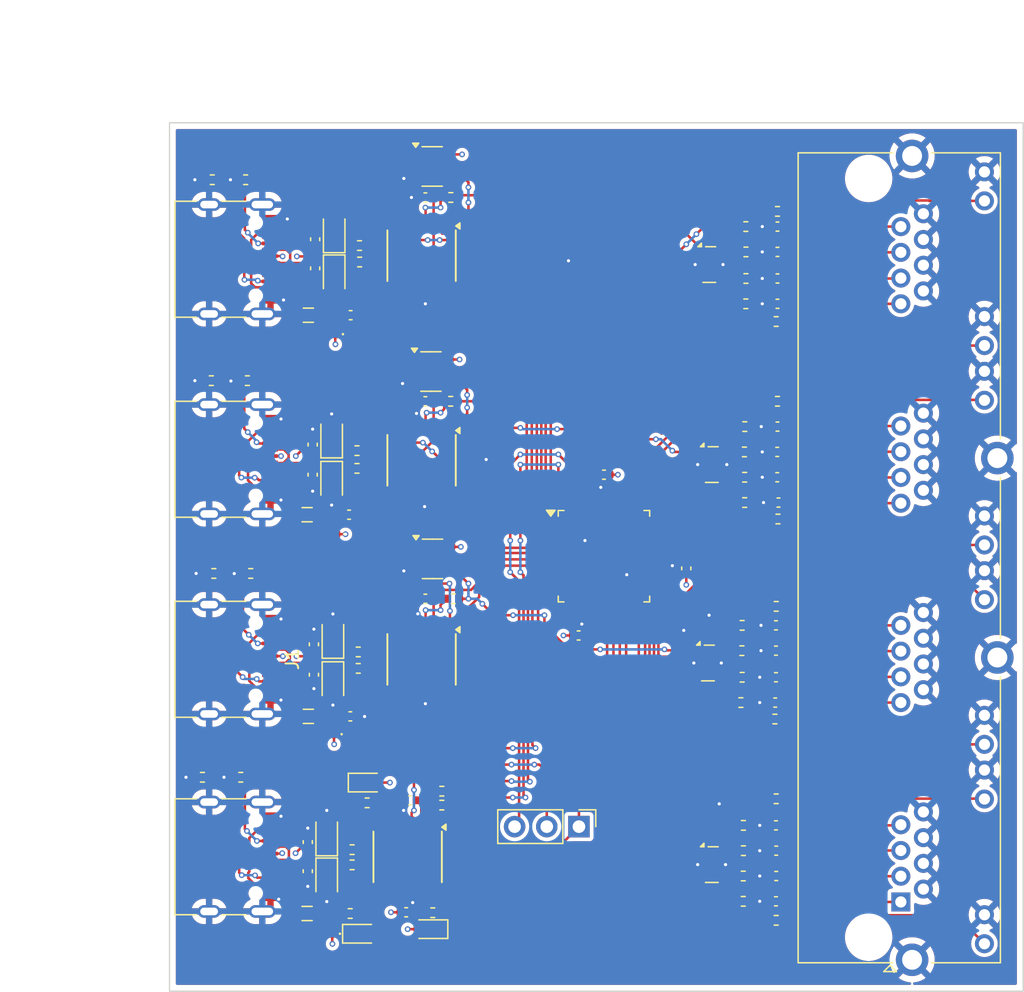
<source format=kicad_pcb>
(kicad_pcb (version 20240108) (generator "pcbnew") (generator_version "8.0")
  (layers (0 "F.Cu" signal) (1 "In1.Cu" signal) (2 "In2.Cu" signal) (31 "B.Cu" signal) (34 "B.Paste" user) (35 "F.Paste" user) (36 "B.SilkS" user "B.Silkscreen") (37 "F.SilkS" user "F.Silkscreen") (38 "B.Mask" user) (39 "F.Mask" user) (44 "Edge.Cuts" user))
  (net 0 "")
  (net 1 "GND")
  (net 2 "Net-(D12-K)")
  (net 3 "Net-(D11-K)")
  (net 4 "Net-(D9-K)")
  (net 5 "Net-(D8-K)")
  (net 6 "Net-(FB1-Pad1)")
  (net 7 "Net-(FB2-Pad1)")
  (net 8 "Net-(FB3-Pad1)")
  (net 9 "Net-(FB4-Pad1)")
  (net 10 "/KEY3")
  (net 11 "/PTT3")
  (net 12 "/KEY4")
  (net 13 "/CAT4")
  (net 14 "/PTT4")
  (net 15 "/CAT3")
  (net 16 "Net-(J1-CC2)")
  (net 18 "Net-(J1-CC1)")
  (net 20 "/KEY2")
  (net 21 "/PTT2")
  (net 22 "/CAT2")
  (net 23 "/KEY1")
  (net 24 "/PTT1")
  (net 25 "/3V3_2")
  (net 26 "/3V3_1")
  (net 27 "/3V3_3")
  (net 28 "/3V3_4")
  (net 29 "Net-(U1-USBDM)")
  (net 30 "Net-(U1-USBDP)")
  (net 31 "Net-(U2-USBDM)")
  (net 32 "Net-(U2-USBDP)")
  (net 33 "/RX2LED{slash}")
  (net 34 "/SLEEP2{slash}")
  (net 35 "/TX2LED{slash}")
  (net 36 "/TXD2_U")
  (net 37 "/RXD2_U")
  (net 38 "/TX2DEN")
  (net 39 "/RXD1_U")
  (net 40 "/TX1D_U")
  (net 41 "/RX1LED{slash}")
  (net 42 "/TX1LED{slash}")
  (net 43 "/TX3DEN")
  (net 44 "/RXD4_U")
  (net 45 "/TXD3_U")
  (net 46 "/TX3LED{slash}")
  (net 47 "/RX3LED{slash}")
  (net 48 "/SLEEP3{slash}")
  (net 49 "/TX4DEN")
  (net 50 "/SLEEP4{slash}")
  (net 51 "/TX4LED{slash}")
  (net 52 "/RX4LED{slash}")
  (net 53 "/TXD4_U")
  (net 54 "/TX1DEN")
  (net 55 "/SLEEP1{slash}")
  (net 56 "/SPR3")
  (net 57 "/SPR4")
  (net 58 "/SPR2")
  (net 59 "/SPR1")
  (net 60 "/5V")
  (net 61 "/RXD3_U")
  (net 62 "/TX1_LED")
  (net 63 "/INH1_LED")
  (net 64 "/TX2_LED")
  (net 65 "/INH2_LED")
  (net 66 "/TX3_LED")
  (net 67 "/INH3_LED")
  (net 68 "/TX4_LED")
  (net 69 "/INH4_LED")
  (net 70 "/RESET\\")
  (net 71 "/UPDI")
  (net 73 "Net-(J4-CC2)")
  (net 74 "Net-(J4-CC1)")
  (net 76 "Net-(J5-Pad33)")
  (net 77 "Net-(J5-Pad35)")
  (net 78 "Net-(J5-Pad47)")
  (net 79 "Net-(J5-Pad11)")
  (net 80 "Net-(J5-Pad21)")
  (net 81 "Net-(J5-Pad45)")
  (net 82 "Net-(J5-Pad23)")
  (net 83 "Net-(J5-Pad9)")
  (net 85 "Net-(C20-Pad2)")
  (net 86 "Net-(C22-Pad2)")
  (net 87 "Net-(C23-Pad2)")
  (net 88 "Net-(C24-Pad2)")
  (net 89 "Net-(C25-Pad2)")
  (net 90 "Net-(C26-Pad2)")
  (net 91 "Net-(C27-Pad2)")
  (net 92 "Net-(C28-Pad2)")
  (net 93 "Net-(C29-Pad2)")
  (net 94 "Net-(C30-Pad2)")
  (net 95 "Net-(C31-Pad2)")
  (net 96 "Net-(C32-Pad2)")
  (net 97 "Net-(C33-Pad2)")
  (net 98 "Net-(C34-Pad2)")
  (net 99 "Net-(C35-Pad2)")
  (net 100 "Net-(D4-K)")
  (net 101 "Net-(D6-K)")
  (net 102 "Net-(D5-K)")
  (net 103 "Net-(D10-K)")
  (net 104 "Net-(D15-K)")
  (net 105 "Net-(C19-Pad2)")
  (net 106 "Net-(D1-A)")
  (net 107 "Net-(D2-K)")
  (net 108 "Net-(D3-A)")
  (net 109 "Net-(D7-A)")
  (net 110 "Net-(D13-A)")
  (net 111 "Net-(D14-A)")
  (net 113 "Net-(J2-CC2)")
  (net 115 "Net-(J2-CC1)")
  (net 117 "Net-(J3-CC1)")
  (net 118 "Net-(J3-CC2)")
  (net 120 "Net-(U6-USBDM)")
  (net 121 "Net-(U6-USBDP)")
  (net 122 "Net-(U5-USBDM)")
  (net 123 "Net-(U5-USBDP)")
  (net 136 "/CAT1")
  (net 153 "/TXD_M")
  (net 154 "/RXD_M")
  (net 155 "/CTS2\\")
  (net 156 "/RTS2\\")
  (net 157 "/RTS1\\")
  (net 158 "/CTS1\\")
  (net 159 "/RTS3\\")
  (net 160 "/RTS4\\")
  (net 161 "/CTS3\\")
  (net 162 "/CTS4\\")
  (footprint "Capacitor_SMD:C_0402_1005Metric" (layer "F.Cu") (at 117.475 100.99)
    (property "Reference" "C8" (hide yes))
    (property "Value" ".1u" (hide yes))
  )
  (footprint "Resistor_SMD:R_0402_1005Metric" (layer "F.Cu") (at 118 81.4 180)
    (property "Reference" "R20" (hide yes))
    (property "Value" "27" (hide yes))
  )
  (footprint "Resistor_SMD:R_0402_1005Metric" (layer "F.Cu") (at 148.61 82.1)
    (property "Reference" "R38" (hide yes))
    (property "Value" "33" (hide yes))
  )
  (footprint "Connector_RJ:RJ45_Amphenol_RJHSE538X-04" (layer "F.Cu") (at 160.94 115.65 90)
    (property "Reference" "J5" (hide yes))
    (property "Value" "8P8C_LED_Shielded_x4" (hide yes))
  )
  (footprint "Capacitor_SMD:C_0402_1005Metric" (layer "F.Cu") (at 151.28 84.1)
    (property "Reference" "C34" (hide yes))
    (property "Value" ".01" (hide yes))
  )
  (footprint "Capacitor_SMD:C_0402_1005Metric" (layer "F.Cu") (at 114.6 95.3 90)
    (property "Reference" "C4" (hide yes))
    (property "Value" "47p" (hide yes))
  )
  (footprint "Resistor_SMD:R_0402_1005Metric" (layer "F.Cu") (at 151.1 69.8 180)
    (property "Reference" "R44" (hide yes))
    (property "Value" "1K" (hide yes))
  )
  (footprint "Diode_SMD:D_0402_1005Metric" (layer "F.Cu") (at 115.5625 118.1625 180)
    (property "Reference" "D1" (hide yes))
    (property "Value" "RBQ161QS-40" (hide yes))
  )
  (footprint "Resistor_SMD:R_0402_1005Metric" (layer "F.Cu") (at 123.985 116.5)
    (property "Reference" "R10" (hide yes))
    (property "Value" "1K" (hide yes))
  )
  (footprint "Capacitor_SMD:C_0402_1005Metric" (layer "F.Cu") (at 117.5 69.3)
    (property "Reference" "C12" (hide yes))
    (property "Value" ".1u" (hide yes))
  )
  (footprint "Resistor_SMD:R_0402_1005Metric" (layer "F.Cu") (at 118.8 107.82 180)
    (property "Reference" "R15" (hide yes))
    (property "Value" "1K")
  )
  (footprint "Resistor_SMD:R_0402_1005Metric" (layer "F.Cu") (at 117.4625 116.5625 180)
    (property "Reference" "R9" (hide yes))
    (property "Value" "1K" (hide yes))
  )
  (footprint "LED_SMD:LED_0603_1608Metric" (layer "F.Cu") (at 118.8 106.22)
    (property "Reference" "D8" (hide yes))
    (property "Value" "Yellow" (hide yes))
  )
  (footprint "LED_SMD:LED_0603_1608Metric" (layer "F.Cu") (at 118.35 118.1625)
    (property "Reference" "D3" (hide yes))
    (property "Value" "Green" (hide yes))
  )
  (footprint "Resistor_SMD:R_0402_1005Metric" (layer "F.Cu") (at 118.21 65.1 180)
    (property "Reference" "R22" (hide yes))
    (property "Value" "27" (hide yes))
  )
  (footprint "Capacitor_SMD:C_0402_1005Metric" (layer "F.Cu") (at 151.2 68.4)
    (property "Reference" "C31" (hide yes))
    (property "Value" ".01" (hide yes))
  )
  (footprint "Capacitor_SMD:C_0402_1005Metric" (layer "F.Cu") (at 122.2 107.62 180)
    (property "Reference" "C10" (hide yes))
    (property "Value" ".1u" (hide yes))
  )
  (footprint "Package_TO_SOT_SMD:SOT-23-5" (layer "F.Cu") (at 123.8375 73.75)
    (property "Reference" "U7" (hide yes))
    (property "Value" "74LVC1G07" (hide yes))
  )
  (footprint "Connector_PinHeader_2.54mm:PinHeader_1x03_P2.54mm_Vertical" (layer "F.Cu") (at 135.525 109.7 -90)
    (property "Reference" "J7" (hide yes))
    (property "Value" "Header 1x3" (hide yes))
  )
  (footprint "Inductor_SMD:L_0805_2012Metric" (layer "F.Cu") (at 114.1625 69.3)
    (property "Reference" "FB4" (hide yes))
    (property "Value" "FerriteBead" (hide yes))
  )
  (footprint "Diode_SMD:D_0402_1005Metric" (layer "F.Cu") (at 115.9 86.6 180)
    (property "Reference" "D13" (hide yes))
    (property "Value" "D_Schottky" (hide yes))
  )
  (footprint "Resistor_SMD:R_0402_1005Metric" (layer "F.Cu") (at 148.71 66.4)
    (property "Reference" "R42" (hide yes))
    (property "Value" "33" (hide yes))
  )
  (footprint "Resistor_SMD:R_0402_1005Metric" (layer "F.Cu") (at 148.7 62.3)
    (property "Reference" "R47" (hide yes))
    (property "Value" "33" (hide yes))
  )
  (footprint "Interlock:USB_C_Receptacle_G-Switch_GT-USB-7010ASV" (layer "F.Cu") (at 107.4 112.08 -90)
    (property "Reference" "J2" (hide yes))
    (property "Value" "USB-C 2.0 16P" (hide yes))
  )
  (footprint "Package_SON:USON-10_2.5x1.0mm_P0.5mm" (layer "F.Cu") (at 146.015 81.1)
    (property "Reference" "U11" (hide yes))
    (property "Value" "TPD4E02B04DQA" (hide yes))
  )
  (footprint "Resistor_SMD:R_0402_1005Metric" (layer "F.Cu") (at 118 80 180)
    (property "Reference" "R21" (hide yes))
    (property "Value" "27" (hide yes))
  )
  (footprint "Capacitor_SMD:C_0402_1005Metric" (layer "F.Cu") (at 123.4 91.7 180)
    (property "Reference" "C9" (hide yes))
    (property "Value" ".1u" (hide yes))
  )
  (footprint "Resistor_SMD:R_0402_1005Metric" (layer "F.Cu") (at 117.615 112.72 180)
    (property "Reference" "R13" (hide yes))
    (property "Value" "27" (hide yes))
  )
  (footprint "Capacitor_SMD:C_0402_1005Metric" (layer "F.Cu") (at 151.08 93.8)
    (property "Reference" "C20" (hide yes))
    (property "Value" ".01" (hide yes))
  )
  (footprint "Resistor_SMD:R_0402_1005Metric" (layer "F.Cu") (at 106.5 74.47)
    (property "Reference" "R5" (hide yes))
    (property "Value" "5K1" (hide yes))
  )
  (footprint "Diode_SMD:D_SOD-323" (layer "F.Cu") (at 116.1 98.29 -90)
    (property "Reference" "D6" (hide yes))
    (property "Value" "MM3Z3V6" (hide yes))
  )
  (footprint "Capacitor_SMD:C_0402_1005Metric" (layer "F.Cu") (at 114.7 65.6 -90)
    (property "Reference" "C14" (hide yes))
    (property "Value" "47p" (hide yes))
  )
  (footprint "Capacitor_SMD:C_0402_1005Metric" (layer "F.Cu") (at 151.2 66.4)
    (property "Reference" "C32" (hide yes))
    (property "Value" ".01" (hide yes))
  )
  (footprint "Resistor_SMD:R_0402_1005Metric" (layer "F.Cu") (at 125.4 76.1 180)
    (property "Reference" "R19" (hide yes))
    (property "Value" "1K" (hide yes))
  )
  (footprint "Resistor_SMD:R_0402_1005Metric" (layer "F.Cu") (at 124.7 106.9)
    (property "Reference" "R14" (hide yes))
    (property "Value" "1K" (hide yes))
  )
  (footprint "Resistor_SMD:R_0402_1005Metric" (layer "F.Cu") (at 151.1 117.1 180)
    (property "Reference" "R26" (hide yes))
    (property "Value" "1K" (hide yes))
  )
  (footprint "Capacitor_SMD:C_0402_1005Metric" (layer "F.Cu") (at 114.5 79.52 90)
    (property "Reference" "C5" (hide yes))
    (property "Value" "47p" (hide yes))
  )
  (footprint "Resistor_SMD:R_0402_1005Metric" (layer "F.Cu") (at 148.51 109.6)
    (property "Reference" "R32" (hide yes))
    (property "Value" "33" (hide yes))
  )
  (footprint "Capacitor_SMD:C_0402_1005Metric" (layer "F.Cu") (at 144 89.3 90)
    (property "Reference" "C21" (hide yes))
    (property "Value" ".1u" (hide yes))
  )
  (footprint "Resistor_SMD:R_0402_1005Metric" (layer "F.Cu") (at 125.6 91.7 180)
    (property "Reference" "R17" (hide yes))
    (property "Value" "1K" (hide yes))
  )
  (footprint "Inductor_SMD:L_0805_2012Metric" (layer "F.Cu") (at 114.0625 85.06)
    (property "Reference" "FB3" (hide yes))
    (property "Value" "FerriteBead" (hide yes))
  )
  (footprint "Resistor_SMD:R_0402_1005Metric" (layer "F.Cu") (at 148.51 111.6)
    (property "Reference" "R33" (hide yes))
    (property "Value" "33" (hide yes))
  )
  (footprint "Inductor_SMD:L_0805_2012Metric" (layer "F.Cu") (at 114.1625 100.99)
    (property "Reference" "FB2" (hide yes))
    (property "Value" "FerriteBead" (hide yes))
  )
  (footprint "Resistor_SMD:R_0402_1005Metric" (layer "F.Cu") (at 109.21 58.6)
    (property "Reference" "R8" (hide yes))
    (property "Value" "5K1" (hide yes))
  )
  (footprint "Diode_SMD:D_0402_1005Metric" (layer "F.Cu") (at 115.7 102.4 180)
    (property "Reference" "D7" (hide yes))
    (property "Value" "RBQ161QS-40" (hide yes))
  )
  (footprint "Diode_SMD:D_SOD-323" (layer "F.Cu") (at 116 82.46 -90)
    (property "Reference" "D11" (hide yes))
    (property "Value" "MM3Z3V6" (hide yes))
  )
  (footprint "Interlock:USB_C_Receptacle_G-Switch_GT-USB-7010ASV" (layer "F.Cu") (at 107.4 80.68 -90)
    (property "Reference" "J3" (hide yes))
    (property "Value" "USB-C 2.0 16P" (hide yes))
  )
  (footprint "Capacitor_SMD:C_0402_1005Metric" (layer "F.Cu") (at 137.5 81.9 180)
    (property "Reference" "C13" (hide yes))
    (property "Value" ".1u" (hide yes))
  )
  (footprint "Capacitor_SMD:C_0402_1005Metric" (layer "F.Cu") (at 151.2 62.3)
    (property "Reference" "C35" (hide yes))
    (property "Value" ".01" (hide yes))
  )
  (footprint "Resistor_SMD:R_0402_1005Metric" (layer "F.Cu") (at 106.575 58.6)
    (property "Reference" "R7" (hide yes))
    (property "Value" "5K1" (hide yes))
  )
  (footprint "Capacitor_SMD:C_0402_1005Metric" (layer "F.Cu") (at 151.1 111.6)
    (property "Reference" "C24" (hide yes))
    (property "Value" ".01" (hide yes))
  )
  (footprint "Resistor_SMD:R_0402_1005Metric" (layer "F.Cu") (at 148.5 113.6)
    (property "Reference" "R27" (hide yes))
    (property "Value" "33" (hide yes))
  )
  (footprint "Capacitor_SMD:C_0402_1005Metric" (layer "F.Cu") (at 123.4 60 180)
    (property "Reference" "C17" (hide yes))
    (property "Value" ".1u" (hide yes))
  )
  (footprint "Resistor_SMD:R_0402_1005Metric" (layer "F.Cu") (at 148.31 99.9)
    (property "Reference" "R31" (hide yes))
    (property "Value" "33" (hide yes))
  )
  (footprint "Resistor_SMD:R_0402_1005Metric" (layer "F.Cu") (at 148.59 80.1)
    (property "Reference" "R39" (hide yes))
    (property "Value" "33" (hide yes))
  )
  (footprint "Capacitor_SMD:C_0402_1005Metric" (layer "F.Cu") (at 151.08 109.6)
    (property "Reference" "C25" (hide yes))
    (property "Value" ".01" (hide yes))
  )
  (footprint "Capacitor_SMD:C_0402_1005Metric" (layer "F.Cu") (at 151.18 80.1)
    (property "Reference" "C30" (hide yes))
    (property "Value" ".01" (hide yes))
  )
  (footprint "Resistor_SMD:R_0402_1005Metric" (layer "F.Cu") (at 148.41 93.8)
    (property "Reference" "R28" (hide yes))
    (property "Value" "33" (hide yes))
  )
  (footprint "Capacitor_SMD:C_0402_1005Metric" (layer "F.Cu") (at 114.6 97.7 -90)
    (property "Reference" "C3" (hide yes))
    (property "Value" "47p" (hide yes))
  )
  (footprint "Capacitor_SMD:C_0402_1005Metric" (layer "F.Cu") (at 117.375 85.06)
    (property "Reference" "C16" (hide yes))
    (property "Value" ".1u" (hide yes))
  )
  (footprint "Resistor_SMD:R_0402_1005Metric" (layer "F.Cu") (at 118.1 95.9 180)
    (property "Reference" "R18" (hide yes))
    (property "Value" "27" (hide yes))
  )
  (footprint "Capacitor_SMD:C_0402_1005Metric" (layer "F.Cu") (at 151.2 78.1)
    (property "Reference" "C28" (hide yes))
    (property "Value" ".01" (hide yes))
  )
  (footprint "Diode_SMD:D_SOD-323" (layer "F.Cu") (at 116 78.96 90)
    (property "Reference" "D12" (hide yes))
    (property "Value" "MM3Z3V6" (hide yes))
  )
  (footprint "Package_TO_SOT_SMD:SOT-23-5" (layer "F.Cu") (at 123.9625 88.55)
    (property "Reference" "U3" (hide yes))
    (property "Value" "74LVC1G07" (hide yes))
  )
  (footprint "Resistor_SMD:R_0402_1005Metric" (layer "F.Cu") (at 117.615 111.52 180)
    (property "Reference" "R12" (hide yes))
    (property "Value" "27" (hide yes))
  )
  (footprint "Capacitor_SMD:C_0402_1005Metric" (layer "F.Cu") (at 151.08 115.6)
    (property "Reference" "C19" (hide yes))
    (property "Value" ".01" (hide yes))
  )
  (footprint "Resistor_SMD:R_0402_1005Metric" (layer "F.Cu") (at 148.71 64.3)
    (property "Reference" "R43" (hide yes))
    (property "Value" "33" (hide yes))
  )
  (footprint "Resistor_SMD:R_0402_1005Metric" (layer "F.Cu") (at 106.7 89.7)
    (property "Reference" "R3" (hide yes))
    (property "Value" "5K1" (hide yes))
  )
  (footprint "Capacitor_SMD:C_0402_1005Metric" (layer "F.Cu") (at 114.115 110.92 90)
    (property "Reference" "C1" (hide yes))
    (property "Value" "47p" (hide yes))
  )
  (footprint "Diode_SMD:D_SOD-323" (layer "F.Cu") (at 116.2 62.75 90)
    (property "Reference" "D15" (hide yes))
    (property "Value" "MM3Z3V6" (hide yes))
  )
  (footprint "Package_QFP:TQFP-48_7x7mm_P0.5mm" (layer "F.Cu") (at 137.5 88.3375)
    (property "Reference" "U4" (hide yes))
    (property "Value" "AVR32DB48x-xPT" (hide yes))
  )
  (footprint "Capacitor_SMD:C_0402_1005Metric" (layer "F.Cu") (at 114.7 63.3 90)
    (property "Reference" "C18" (hide yes))
    (property "Value" "47p" (hide yes))
  )
  (footprint "Capacitor_SMD:C_0402_1005Metric" (layer "F.Cu") (at 151.08 95.8)
    (property "Reference" "C22" (hide yes))
    (property "Value" ".01" (hide yes))
  )
  (footprint "LED_SMD:LED_0603_1608Metric" (layer "F.Cu") (at 123.6875 117.8 180)
    (property "Reference" "D2" (hide yes))
    (property "Value" "Yellow" (hide yes))
  )
  (footprint "Resistor_SMD:R_0402_1005Metric" (layer "F.Cu") (at 148.61 84.1)
    (property "Reference" "R37" (hide yes))
    (property "Value" "33" (hide yes))
  )
  (footprint "Resistor_SMD:R_0402_1005Metric" (layer "F.Cu") (at 148.7 68.4)
    (property "Reference" "R41" (hide yes))
    (property "Value" "33" (hide yes))
  )
  (footprint "Package_SO:SSOP-16_3.9x4.9mm_P0.635mm" (layer "F.Cu") (at 122 112.09 -90)
    (property "Reference" "U2" (hide yes))
    (property "Value" "FT230XS" (hide yes))
  )
  (footprint "Diode_SMD:D_0402_1005Metric" (layer "F.Cu") (at 115.8 70.8 180)
    (property "Reference" "D14" (hide yes))
    (property "Value" "RBQ161QS-40" (hide yes))
  )
  (footprint "Package_SO:SSOP-16_3.9x4.9mm_P0.635mm" (layer "F.Cu") (at 123.1 64.6 -90)
    (property "Reference" "U5" (hide yes))
    (property "Value" "FT230XS" (hide yes))
  )
  (footprint "Resistor_SMD:R_0402_1005Metric" (layer "F.Cu") (at 148.39 95.8)
    (property "Reference" "R29" (hide yes))
    (property "Value" "33" (hide yes))
  )
  (footprint "Capacitor_SMD:C_0402_1005Metric" (layer "F.Cu") (at 114.115 113.22 -90)
    (property "Reference" "C2" (hide yes))
    (property "Value" "47p" (hide yes))
  )
  (footprint "Resistor_SMD:R_0402_1005Metric" (layer "F.Cu") (at 151.1 92.3 180)
    (property "Reference" "R34" (hide yes))
    (property "Value" "1K" (hide yes))
  )
  (footprint "Capacitor_SMD:C_0402_1005Metric" (layer "F.Cu") (at 151.18 82.1)
    (property "Reference" "C33" (hide yes))
    (property "Value" ".01" (hide yes))
  )
  (footprint "Resistor_SMD:R_0402_1005Metric" (layer "F.Cu") (at 148.62 78.1)
    (property "Reference" "R40" (hide yes))
    (property "Value" "33" (hide yes))
  )
  (footprint "Capacitor_SMD:C_0402_1005Metric" (layer "F.Cu") (at 151.1 113.6)
    (property "Reference" "C23" (hide yes))
    (property "Value" ".01" (hide yes))
  )
  (footprint "Resistor_SMD:R_0402_1005Metric" (layer "F.Cu") (at 125.41 60 180)
    (property "Reference" "R24" (hide yes))
    (property "Value" "1K" (hide yes))
  )
  (footprint "Capacitor_SMD:C_0402_1005Metric" (layer "F.Cu") (at 114.5 81.9 -90)
    (property "Reference" "C6" (hide yes))
    (property "Value" "47p" (hide yes))
  )
  (footprint "Package_SON:USON-10_2.5x1.0mm_P0.5mm" (layer "F.Cu") (at 146.015 112.7)
    (property "Reference" "U9" (hide yes))
    (property "Value" "TPD4E02B04DQA" (hide yes))
  )
  (footprint "Capacitor_SMD:C_0402_1005Metric" (layer "F.Cu") (at 121.885 116.46625)
    (property "Reference" "C7" (hide yes))
    (property "Value" ".1u" (hide yes))
  )
  (footprint "Interlock:USB_C_Receptacle_G-Switch_GT-USB-7010ASV" (layer "F.Cu") (at 107.4 64.88 -90)
    (property "Reference" "J4" (hide yes))
    (property "Value" "USB-C 2.0 16P" (hide yes))
  )
  (footprint "Capacitor_SMD:C_0402_1005Metric" (layer "F.Cu") (at 151.08 97.9)
    (property "Reference" "C27" (hide yes))
    (property "Value" ".01" (hide yes))
  )
  (footprint "Capacitor_SMD:C_0402_1005Metric" (layer "F.Cu") (at 151.02 99.9)
    (property "Reference" "C26" (hide yes))
    (property "Value" ".01" (hide yes))
  )
  (footprint "Interlock:USB_C_Receptacle_G-Switch_GT-USB-7010ASV" (layer "F.Cu") (at 107.4 96.48 -90)
    (property "Reference" "J1")
    (property "Value" "USB-C 2.0 16P" (hide yes))
  )
  (footprint "Resistor_SMD:R_0402_1005Metric" (layer "F.Cu") (at 124.7 108)
    (property "Reference" "R16" (hide yes))
    (property "Value" "1K" (hide yes))
  )
  (footprint "Resistor_SMD:R_0402_1005Metric" (layer "F.Cu") (at 118.1 97.2 180)
    (property "Reference" "R11" (hide yes))
    (property "Value" "27" (hide yes))
  )
  (footprint "Diode_SMD:D_SOD-323" (layer "F.Cu") (at 115.61 110.39 90)
    (property "Reference" "D9" (hide yes))
    (property "Value" "MM3Z3V6" (hide yes))
  )
  (footprint "Capacitor_SMD:C_0402_1005Metric" (layer "F.Cu") (at 151.2 64.3)
    (property "Reference" "C29" (hide yes))
    (property "Value" ".01" (hide yes))
  )
  (footprint "Resistor_SMD:R_0402_1005Metric" (layer "F.Cu") (at 109.61 89.7)
    (property "Reference" "R4" (hide yes))
    (property "Value" "5K1" (hide yes))
  )
  (footprint "Package_SON:USON-10_2.5x1.0mm_P0.5mm" (layer "F.Cu") (at 145.710672 96.774328)
    (property "Reference" "U10" (hide yes))
    (property "Value" "TPD4E02B04DQA" (hide yes))
  )
  (footprint "Resistor_SMD:R_0402_1005Metric" (layer "F.Cu") (at 151.2 61.1 180)
    (property "Reference" "R48" (hide yes))
    (property "Value" "1K" (hide yes))
  )
  (footprint "Capacitor_SMD:C_0402_1005Metric" (layer "F.Cu") (at 123.4 76.1 180)
    (property "Reference" "C15" (hide yes))
    (property "Value" ".1u" (hide yes))
  )
  (footprint "Package_SON:USON-10_2.5x1.0mm_P0.5mm" (layer "F.Cu") (at 145.815 65.3)
    (property "Reference" "U12" (hide yes))
    (property "Value" "TPD4E02B04DQA" (hide yes))
  )
  (footprint "Package_SO:SSOP-16_3.9x4.9mm_P0.635mm" (layer "F.Cu") (at 123.1 96.49 -90)
    (property "Reference" "U1" (hide yes))
    (property "Value" "FT230XS" (hide yes))
  )
  (footprint "Resistor_SMD:R_0402_1005Metric" (layer "F.Cu") (at 148.5 115.6)
    (property "Reference" "R25" (hide yes))
    (property "Value" "33" (hide yes))
  )
  (footprint "Diode_SMD:D_SOD-323" (layer "F.Cu") (at 116.2 66.15 -90)
    (property "Reference" "D10" (hide yes))
    (property "Value" "MM3Z3V6" (hide yes))
  )
  (footprint "Resistor_SMD:R_0402_1005Metric" (layer "F.Cu") (at 109.3475 74.47)
    (property "Reference" "R6" (hide yes))
    (property "Value" "5K1" (hide yes))
  )
  (footprint "Resistor_SMD:R_0402_1005Metric" (layer "F.Cu") (at 118.2 63.8 180)
    (property "Reference" "R23" (hide yes))
    (property "Value" "27" (hide yes))
  )
  (footprint "Inductor_SMD:L_0805_2012Metric" (layer "F.Cu") (at 114.0625 116.5625)
    (property "Reference" "FB1" (hide yes))
    (property "Value" "FerriteBead" (hide yes))
  )
  (footprint "Resistor_SMD:R_0402_1005Metric" (layer "F.Cu") (at 105.8 105.8)
    (property "Reference" "R1" (hide yes))
    (property "Value" "5K1" (hide yes))
  )
  (footprint "Capacitor_SMD:C_0402_1005Metric" (layer "F.Cu") (at 135.5 94.6)
    (property "Reference" "C11" (hide yes))
    (property "Value" ".1u" (hide yes))
  )
  (footprint "Resistor_SMD:R_0402_1005Metric" (layer "F.Cu") (at 151.24 85.4 180)
    (property "Reference" "R46" (hide yes))
    (property "Value" "1K" (hide yes))
  )
  (footprint "Diode_SMD:D_SOD-323" (layer "F.Cu") (at 116.1 94.79 90)
    (property "Reference" "D5" (hide yes))
    (property "Value" "MM3Z3V6" (hide yes))
  )
  (footprint "Resistor_SMD:R_0402_1005Metric" (layer "F.Cu") (at 151.2 76.1 180)
    (property "Reference" "R45" (hide yes))
    (property "Value" "1K" (hide yes))
  )
  (footprint "Resistor_SMD:R_0402_1005Metric" (layer "F.Cu") (at 148.41 97.9)
    (property "Reference" "R30" (hide yes))
    (property "Value" "33" (hide yes))
  )
  (footprint "Package_SO:SSOP-16_3.9x4.9mm_P0.635mm" (layer "F.Cu") (at 123.1 80.76 -90)
    (property "Reference" "U6" (hide yes))
    (property "Value" "FT230XS" (hide yes))
  )
  (footprint "Diode_SMD:D_SOD-323" (layer "F.Cu") (at 115.61 113.79 -90)
    (property "Reference" "D4" (hide yes))
    (property "Value" "MM3Z3V6" (hide yes))
  )
  (footprint "Resistor_SMD:R_0402_1005Metric" (layer "F.Cu") (at 108.825 105.8)
    (property "Reference" "R2" (hide yes))
    (property "Value" "5K1" (hide yes))
  )
  (footprint "Package_TO_SOT_SMD:SOT-23-5" (layer "F.Cu") (at 123.9375 57.55)
    (property "Reference" "U8" (hide yes))
    (property "Value" "74LVC1G07" (hide yes))
  )
  (footprint "Resistor_SMD:R_0402_1005Metric" (layer "F.Cu") (at 151 101.2)
    (property "Reference" "R35" (hide yes))
    (property "Value" "1K" (hide yes))
  )
  (footprint "Resistor_SMD:R_0402_1005Metric" (layer "F.Cu") (at 151.1 107.5 180)
    (property "Reference" "R36" (hide yes))
    (property "Value" "1K" (hide yes))
  )
  (gr_rect (start 103.2 54.1) (end 170.6 122.7) (stroke (width 0.1)) (fill none) (layer "Edge.Cuts"))
  (segment (start 137.25 82.13) (end 137.25 82.9) (width 0.2) (layer "F.Cu") (net 1))
  (segment (start 116.1 99.34) (end 116.1 100.1) (width 0.2) (layer "F.Cu") (net 1))
  (segment (start 122.8 91.82) (end 122.92 91.7) (width 0.2) (layer "F.Cu") (net 1))
  (segment (start 115.61 115.615) (end 115.61 114.84) (width 0.2) (layer "F.Cu") (net 1))
  (segment (start 123.435 99.09) (end 123.435 99.955) (width 0.2) (layer "F.Cu") (net 1))
  (segment (start 106.065 58.6) (end 105.200028 58.6) (width 0.2032) (layer "F.Cu") (net 1))
  (segment (start 116 77.91) (end 116 77.1) (width 0.2) (layer "F.Cu") (net 1))
  (segment (start 112 108.88) (end 111.1 108.88) (width 0.2) (layer "F.Cu") (net 1))
  (segment (start 111.1 83.88) (end 111.98 83.88) (width 0.2) (layer "F.Cu") (net 1))
  (segment (start 122.4 116.43125) (end 122.4 115.7) (width 0.2) (layer "F.Cu") (net 1))
  (segment (start 115.615 115.62) (end 115.61 115.615) (width 0.2) (layer "F.Cu") (net 1))
  (segment (start 150.6 95.8) (end 149.899954 95.8) (width 0.2) (layer "F.Cu") (net 1))
  (segment (start 105.200028 58.6) (end 105.2 58.599972) (width 0.2032) (layer "F.Cu") (net 1))
  (segment (start 137.25 84.175) (end 137.25 82.9) (width 0.2) (layer "F.Cu") (net 1))
  (segment (start 114.115 113.7) (end 114.115 114.42) (width 0.2) (layer "F.Cu") (net 1))
  (segment (start 145.63 112.7) (end 144.9 112.7) (width 0.2) (layer "F.Cu") (net 1))
  (segment (start 146.095672 96.774328) (end 146.765277 96.774328) (width 0.2) (layer "F.Cu") (net 1))
  (segment (start 150.000002 82.1) (end 150 82.100002) (width 0.2) (layer "F.Cu") (net 1))
  (segment (start 122.7 77.06) (end 122.7 76.32) (width 0.2) (layer "F.Cu") (net 1))
  (segment (start 104.975 105.8) (end 104.500012 105.8) (width 0.2032) (layer "F.Cu") (net 1))
  (segment (start 114.115 110.44) (end 114.115 109.82) (width 0.2) (layer "F.Cu") (net 1))
  (segment (start 111.1 61.68) (end 112.48 61.68) (width 0.2) (layer "F.Cu") (net 1))
  (segment (start 111.1 115.28) (end 111.666826 115.28) (width 0.2) (layer "F.Cu") (net 1))
  (segment (start 116 83.51) (end 116 84.3) (width 0.2) (layer "F.Cu") (net 1))
  (segment (start 104.500012 105.8) (end 104.5 105.800012) (width 0.2032) (layer "F.Cu") (net 1))
  (segment (start 122.7 76.32) (end 122.92 76.1) (width 0.2) (layer "F.Cu") (net 1))
  (segment (start 115.61 108.425) (end 115.615 108.42) (width 0.2) (layer "F.Cu") (net 1))
  (segment (start 146.4 112.7) (end 147.1 112.7) (width 0.2) (layer "F.Cu") (net 1))
  (segment (start 121.6825 108.42) (end 121.6825 109.49) (width 0.2) (layer "F.Cu") (net 1))
  (segment (start 116.1 93.74) (end 116.1 92.9) (width 0.2) (layer "F.Cu") (net 1))
  (segment (start 114.5 82.38) (end 114.5 83.2) (width 0.2) (layer "F.Cu") (net 1))
  (segment (start 150.62 113.6) (end 149.800002 113.6) (width 0.2) (layer "F.Cu") (net 1))
  (segment (start 123.4175 67.2) (end 123.4175 68.3825) (width 0.2) (layer "F.Cu") (net 1))
  (segment (start 150.62 93.8) (end 149.9 93.8) (width 0.2) (layer "F.Cu") (net 1))
  (segment (start 111.666826 115.28) (end 111.822181 115.435355) (width 0.2) (layer "F.Cu") (net 1))
  (segment (start 108 105.8) (end 107.5 105.8) (width 0.2032) (layer "F.Cu") (net 1))
  (segment (start 135.725 93.675) (end 135.75 93.7) (width 0.2) (layer "F.Cu") (net 1))
  (segment (start 115.61 109.34) (end 115.61 108.425) (width 0.2) (layer "F.Cu") (net 1))
  (segment (start 135.725 94.345) (end 135.98 94.6) (width 0.2) (layer "F.Cu") (net 1))
  (segment (start 111.998768 99.701232) (end 111.977536 99.68) (width 0.2) (layer "F.Cu") (net 1))
  (segment (start 150.62 111.6) (end 149.8 111.6) (width 0.2) (layer "F.Cu") (net 1))
  (segment (start 108.0775 74.47) (end 108.0475 74.5) (width 0.2032) (layer "F.Cu") (net 1))
  (segment (start 105.99 74.47) (end 105.2 74.47) (width 0.2032) (layer "F.Cu") (net 1))
  (segment (start 121.72 107.62) (end 121.72 108.3825) (width 0.2) (layer "F.Cu") (net 1))
  (segment (start 150.72 64.3) (end 150 64.3) (width 0.2) (layer "F.Cu") (net 1))
  (segment (start 122.7825 60.1375) (end 122.7825 62) (width 0.2) (layer "F.Cu") (net 1))
  (segment (start 122.7825 77.1425) (end 122.7 77.06) (width 0.2) (layer "F.Cu") (net 1))
  (segment (start 117.955 100.99) (end 118.59 100.99) (width 0.2) (layer "F.Cu") (net 1))
  (segment (start 111.1 77.48) (end 111.98 77.48) (width 0.2) (layer "F.Cu") (net 1))
  (segment (start 145.63 81.1) (end 144.9 81.1) (width 0.2) (layer "F.Cu") (net 1))
  (segment (start 121.72 108.3825) (end 121.6825 108.42) (width 0.2) (layer "F.Cu") (net 1))
  (segment (start 108.5225 74.47) (end 108.0775 74.47) (width 0.2032) (layer "F.Cu") (net 1))
  (segment (start 111.98 93.28) (end 112 93.3) (width 0.2) (layer "F.Cu") (net 1))
  (segment (start 135.725 93.725) (end 135.725 94.345) (width 0.2) (layer "F.Cu") (net 1))
  (segment (start 150.72 82.1) (end 150.000002 82.1) (width 0.2) (layer "F.Cu") (net 1))
  (segment (start 137.02 81.9) (end 137.25 82.13) (width 0.2) (layer "F.Cu") (net 1))
  (segment (start 146.2 65.3) (end 146.9 65.3) (width 0.2) (layer "F.Cu") (net 1))
  (segment (start 150.62 115.6) (end 149.8 115.6) (width 0.2) (layer "F.Cu") (net 1))
  (segment (start 145.43 65.3) (end 144.7 65.3) (width 0.2) (layer "F.Cu") (net 1))
  (segment (start 123.4175 68.3825) (end 123.4 68.4) (width 0.2) (layer "F.Cu") (net 1))
  (segment (start 150 80.1) (end 149.999998 80.1) (width 0.2) (layer "F.Cu") (net 1))
  (segment (start 121.7 58.5) (end 122.7625 58.5) (width 0.2) (layer "F.Cu") (net 1))
  (segment (start 150.74 78.1) (end 149.92 78.1) (width 0.2) (layer "F.Cu") (net 1))
  (segment (start 114.6 94.82) (end 114.6 94.1) (width 0.2) (layer "F.Cu") (net 1))
  (segment (start 123.435 99.955) (end 123.4 99.99) (width 0.2) (layer "F.Cu") (net 1))
  (segment (start 150.62 109.6) (end 149.89999 109.6) (width 0.2) (layer "F.Cu") (net 1))
  (segment (start 141.6625 89.0875) (end 142.9 89.0875) (width 0.2032) (layer "F.Cu") (net 1))
  (segment (start 149.800002 113.6) (end 149.8 113.600002) (width 0.2) (layer "F.Cu") (net 1))
  (segment (start 149.800004 109.6) (end 149.8 109.600004) (width 0.2) (layer "F.Cu") (net 1))
  (segment (start 149.89999 109.6) (end 149.800004 109.6) (width 0.2) (layer "F.Cu") (net 1))
  (segment (start 111.98 83.88) (end 112 83.9) (width 0.2) (layer "F.Cu") (net 1))
  (segment (start 143.7325 89.0875) (end 142.9 89.0875) (width 0.2) (layer "F.Cu") (net 1))
  (segment (start 150.72 62.3) (end 150 62.3) (width 0.2) (layer "F.Cu") (net 1))
  (segment (start 108.785 89.7) (end 108.32 89.7) (width 0.2032) (layer "F.Cu") (net 1))
  (segment (start 145.325672 96.774328) (end 144.595672 96.774328) (width 0.2) (layer "F.Cu") (net 1))
  (segment (start 114.5 79.04) (end 114.5 78.3) (width 0.2) (layer "F.Cu") (net 1))
  (segment (start 112.18 68.08) (end 112.2 68.1) (width 0.2) (layer "F.Cu") (net 1))
  (segment (start 121.7 89.5) (end 122.825 89.5) (width 0.2) (layer "F.Cu") (net 1))
  (segment (start 122.7825 78.16) (end 122.7825 77.1425) (width 0.2) (layer "F.Cu") (net 1))
  (segment (start 150.54 99.9) (end 149.799996 99.9) (width 0.2) (layer "F.Cu") (net 1))
  (segment (start 122.92 60) (end 122.7825 60.1375) (width 0.2) (layer "F.Cu") (net 1))
  (segment (start 144 88.82) (end 143.7325 89.0875) (width 0.2) (layer "F.Cu") (net 1))
  (segment (start 135.75 92.4625) (end 135.75 93.7) (width 0.2) (layer "F.Cu") (net 1))
  (segment (start 111.98 77.48) (end 112 77.5) (width 0.2) (layer "F.Cu") (net 1))
  (segment (start 111.977536 99.68) (end 111.1 99.68) (width 0.2) (layer "F.Cu") (net 1))
  (segment (start 150.82 84.1) (end 150.099998 84.1) (width 0.2) (layer "F.Cu") (net 1))
  (segment (start 108.010012 58.6) (end 108.01 58.599988) (width 0.2032) (layer "F.Cu") (net 1))
  (segment (start 114.6 98.18) (end 114.6 98.8) (width 0.2) (layer "F.Cu") (net 1))
  (segment (start 150.72 66.4) (end 150 66.4) (width 0.2) (layer "F.Cu") (net 1))
  (segment (start 122.8 92.89) (end 122.8 91.82) (width 0.2) (layer "F.Cu") (net 1))
  (segment (start 122.7 74.7) (end 121.6 74.7) (width 0.2) (layer "F.Cu") (net 1))
  (segment (start 150.74 80.1) (end 149.999998 80.1) (width 0.2) (layer "F.Cu") (net 1))
  (segment (start 135.75 93.7) (end 135.725 93.725) (width 0.2) (layer "F.Cu") (net 1))
  (segment (start 122.3175 115.355) (end 122.3175 114.69) (width 0.2) (layer "F.Cu") (net 1))
  (segment (start 150.72 68.4) (end 150 68.4) (width 0.2) (layer "F.Cu") (net 1))
  (segment (start 122.4 115.7) (end 122.4 115.4375) (width 0.2) (layer "F.Cu") (net 1))
  (segment (start 111.1 93.28) (end 111.98 93.28) (width 0.2) (layer "F.Cu") (net 1))
  (segment (start 112.48 61.68) (end 112.5 61.7) (width 0.2) (layer "F.Cu") (net 1))
  (segment (start 122.365 116.46625) (end 122.4 116.43125) (width 0.2) (layer "F.Cu") (net 1))
  (segment (start 122.8 93.89) (end 122.8 92.89) (width 0.2) (layer "F.Cu") (net 1))
  (segment (start 122.4 115.4375) (end 122.3175 115.355) (width 0.2) (layer "F.Cu") (net 1))
  (segment (start 108.32 89.7) (end 108.31 89.71) (width 0.2032) (layer "F.Cu") (net 1))
  (segment (start 111.1 68.08) (end 112.18 68.08) (width 0.2) (layer "F.Cu") (net 1))
  (segment (start 149.800006 97.9) (end 149.8 97.899994) (width 0.2) (layer "F.Cu") (net 1))
  (segment (start 118.59 100.99) (end 118.6 101) (width 0.2) (layer "F.Cu") (net 1))
  (segment (start 146.4 81.1) (end 147.2 81.1) (width 0.2) (layer "F.Cu") (net 1))
  (segment (start 108.7 58.6) (end 108.010012 58.6) (width 0.2032) (layer "F.Cu") (net 1))
  (segment (start 122.3 60) (end 122.92 60) (width 0.2) (layer "F.Cu") (net 1))
  (segment (start 105.875 89.7) (end 105.3 89.7) (width 0.2032) (layer "F.Cu") (net 1))
  (segment (start 123.34 84.42) (end 123.34 83.36) (width 0.2) (layer "F.Cu") (net 1))
  (segment (start 150.62 97.9) (end 149.800006 97.9) (width 0.2) (layer "F.Cu") (net 1))
  (segment (start 146.765277 96.774328) (end 146.765282 96.774323) (width 0.2) (layer "F.Cu") (net 1))
  (via (at 144.595672 96.774328) (size 0.45) (drill 0.25) (layers "F.Cu" "B.Cu") (net 1))
  (via (at 111.822181 115.435355) (size 0.45) (drill 0.25) (layers "F.Cu" "B.Cu") (net 1))
  (via (at 105.2 58.599972) (size 0.45) (drill 0.25) (layers "F.Cu" "B.Cu") (net 1))
  (via (at 105.2 74.47) (size 0.45) (drill 0.25) (layers "F.Cu" "B.Cu") (net 1))
  (via (at 150 64.3) (size 0.45) (drill 0.25) (layers "F.Cu" "B.Cu") (net 1))
  (via (at 146.9 65.3) (size 0.45) (drill 0.25) (layers "F.Cu" "B.Cu") (net 1))
  (via (at 108.01 58.599988) (size 0.45) (drill 0.25) (layers "F.Cu" "B.Cu") (net 1))
  (via (at 112.5 61.7) (size 0.45) (drill 0.25) (layers "F.Cu" "B.Cu") (net 1))
  (via (at 115.615 108.42) (size 0.45) (drill 0.25) (layers "F.Cu" "B.Cu") (net 1))
  (via (at 122.4 115.7) (size 0.45) (drill 0.25) (layers "F.Cu" "B.Cu") (net 1))
  (via (at 114.115 109.82) (size 0.45) (drill 0.25) (layers "F.Cu" "B.Cu") (net 1))
  (via (at 115.615 115.62) (size 0.45) (drill 0.25) (layers "F.Cu" "B.Cu") (net 1))
  (via (at 116.1 92.9) (size 0.45) (drill 0.25) (layers "F.Cu" "B.Cu") (net 1))
  (via (at 149.9 93.8) (size 0.45) (drill 0.25) (layers "F.Cu" "B.Cu") (net 1))
  (via (at 123.4 99.99) (size 0.45) (drill 0.25) (layers "F.Cu" "B.Cu") (net 1))
  (via (at 150 82.100002) (size 0.45) (drill 0.25) (layers "F.Cu" "B.Cu") (net 1))
  (via (at 149.799996 99.9) (size 0.45) (drill 0.25) (layers "F.Cu" "B.Cu") (net 1))
  (via (at 121.6825 108.42) (size 0.45) (drill 0.25) (layers "F.Cu" "B.Cu") (net 1))
  (via (at 114.5 83.2) (size 0.45) (drill 0.25) (layers "F.Cu" "B.Cu") (net 1))
  (via (at 147.1 112.7) (size 0.45) (drill 0.25) (layers "F.Cu" "B.Cu") (net 1))
  (via (at 112.2 68.1) (size 0.45) (drill 0.25) (layers "F.Cu" "B.Cu") (net 1))
  (via (at 144.7 65.3) (size 0.45) (drill 0.25) (layers "F.Cu" "B.Cu") (net 1))
  (via (at 108.31 89.71) (size 0.45) (drill 0.25) (layers "F.Cu" "B.Cu") (net 1))
  (via (at 116.1 100.1) (size 0.45) (drill 0.25) (layers "F.Cu" "B.Cu") (net 1))
  (via (at 150 68.4) (size 0.45) (drill 0.25) (layers "F.Cu" "B.Cu") (net 1))
  (via (at 111.998768 99.701232) (size 0.45) (drill 0.25) (layers "F.Cu" "B.Cu") (net 1))
  (via (at 149.999998 80.1) (size 0.45) (drill 0.25) (layers "F.Cu" "B.Cu") (net 1))
  (via (at 147.2 81.1) (size 0.45) (drill 0.25) (layers "F.Cu" "B.Cu") (net 1))
  (via (at 123.4 68.4) (size 0.45) (drill 0.25) (layers "F.Cu" "B.Cu") (net 1))
  (via (at 114.115 114.42) (size 0.45) (drill 0.25) (layers "F.Cu" "B.Cu") (net 1))
  (via (at 122.8 92.89) (size 0.45) (drill 0.25) (layers "F.Cu" "B.Cu") (net 1))
  (via (at 121.7 58.5) (size 0.45) (drill 0.25) (layers "F.Cu" "B.Cu") (net 1))
  (via (at 149.8 109.600004) (size 0.45) (drill 0.25) (layers "F.Cu" "B.Cu") (net 1))
  (via (at 118.6 101) (size 0.45) (drill 0.25) (layers "F.Cu" "B.Cu") (net 1))
  (via (at 128.2 80.7) (size 0.45) (drill 0.25) (layers "F.Cu" "B.Cu") (net 1))
  (via (at 146.6 107.9) (size 0.45) (drill 0.25) (layers "F.Cu" "B.Cu") (net 1))
  (via (at 114.6 98.8) (size 0.45) (drill 0.25) (layers "F.Cu" "B.Cu") (net 1))
  (via (at 107.5 105.8) (size 0.45) (drill 0.25) (layers "F.Cu" "B.Cu") (net 1))
  (via (at 149.92 78.1) (size 0.45) (drill 0.25) (layers "F.Cu" "B.Cu") (net 1))
  (via (at 150 66.4) (size 0.45) (drill 0.25) (layers "F.Cu" "B.Cu") (net 1))
  (via (at 108.0475 74.5) (size 0.45) (drill 0.25) (layers "F.Cu" "B.Cu") (net 1))
  (via (at 149.8 113.600002) (size 0.45) (drill 0.25) (layers "F.Cu" "B.Cu") (net 1))
  (via (at 149.8 111.6) (size 0.45) (drill 0.25) (layers "F.Cu" "B.Cu") (net 1))
  (via (at 145.8 93) (size 0.45) (drill 0.25) (layers "F.Cu" "B.Cu") (net 1))
  (via (at 122.3 60) (size 0.45) (drill 0.25) (layers "F.Cu" "B.Cu") (net 1))
  (via (at 114.6 94.1) (size 0.45) (drill 0.25) (layers "F.Cu" "B.Cu") (net 1))
  (via (at 123.34 84.42) (size 0.45) (drill 0.25) (layers "F.Cu" "B.Cu") (net 1))
  (via (at 121.7 89.5) (size 0.45) (drill 0.25) (layers "F.Cu" "B.Cu") (net 1))
  (via (at 144.9 81.1) (size 0.45) (drill 0.25) (layers "F.Cu" "B.Cu") (net 1))
  (via (at 112 93.3) (size 0.45) (drill 0.25) (layers "F.Cu" "B.Cu") (net 1))
  (via (at 149.8 97.899994) (size 0.45) (drill 0.25) (layers "F.Cu" "B.Cu") (net 1))
  (via (at 135.75 93.7) (size 0.45) (drill 0.25) (layers "F.Cu" "B.Cu") (net 1))
  (via (at 137.25 82.9) (size 0.45) (drill 0.25) (layers "F.Cu" "B.Cu") (net 1))
  (via (at 116 77.1) (size 0.45) (drill 0.25) (layers "F.Cu" "B.Cu") (net 1))
  (via (at 144.9 112.7) (size 0.45) (drill 0.25) (layers "F.Cu" "B.Cu") (net 1))
  (via (at 105.3 89.7) (size 0.45) (drill 0.25) (layers "F.Cu" "B.Cu") (net 1))
  (via (at 116 84.3) (size 0.45) (drill 0.25) (layers "F.Cu" "B.Cu") (net 1))
  (via (at 142.9 89.0875) (size 0.45) (drill 0.25) (layers "F.Cu" "B.Cu") (net 1))
  (via (at 150 62.3) (size 0.45) (drill 0.25) (layers "F.Cu" "B.Cu") (net 1))
  (via (at 112 77.5) (size 0.45) (drill 0.25) (layers "F.Cu" "B.Cu") (net 1))
  (via (at 112 108.88) (size 0.45) (drill 0.25) (layers "F.Cu" "B.Cu") (net 1))
  (via (at 112 83.9) (size 0.45) (drill 0.25) (layers "F.Cu" "B.Cu") (net 1))
  (via (at 134.7 65) (size 0.45) (drill 0.25) (layers "F.Cu" "B.Cu") (net 1))
  (via (at 104.5 105.800012) (size 0.45) (drill 0.25) (layers "F.Cu" "B.Cu") (net 1))
  (via (at 149.899954 95.8) (size 0.45) (drill 0.25) (layers "F.Cu" "B.Cu") (net 1))
  (via (at 122.7 77.06) (size 0.45) (drill 0.25) (layers "F.Cu" "B.Cu") (net 1))
  (via (at 143.8 94.2) (size 0.45) (drill 0.25) (layers "F.Cu" "B.Cu") (net 1))
  (via (at 139.3 89.8) (size 0.45) (drill 0.25) (layers "F.Cu" "B.Cu") (net 1))
  (via (at 114.5 78.3) (size 0.45) (drill 0.25) (layers "F.Cu" "B.Cu") (net 1))
  (via (at 146.765282 96.774323) (size 0.45) (drill 0.25) (layers "F.Cu" "B.Cu") (net 1))
  (via (at 150.099998 84.1) (size 0.45) (drill 0.25) (layers "F.Cu" "B.Cu") (net 1))
  (via (at 149.8 115.6) (size 0.45) (drill 0.25) (layers "F.Cu" "B.Cu") (net 1))
  (via (at 121.6 74.7) (size 0.45) (drill 0.25) (layers "F.Cu" "B.Cu") (net 1))
  (via (at 136 87.1) (size 0.45) (drill 0.25) (layers "F.Cu" "B.Cu") (net 1))
  (segment (start 110.18 80.48) (end 110.18 81.38) (width 0.2) (layer "F.Cu") (net 2))
  (segment (start 113.17 80.43) (end 113.665 79.935) (width 0.2) (layer "F.Cu") (net 2))
  (segment (start 117.48 80.01) (end 116 80.01) (width 0.2) (layer "F.Cu") (net 2))
  (segment (start 110.23 80.43) (end 110.18 80.48) (width 0.2) (layer "F.Cu") (net 2))
  (segment (start 110.23 81.43) (end 111.1 81.43) (width 0.2) (layer "F.Cu") (net 2))
  (segment (start 112 80.43) (end 111.1 80.43) (width 0.2) (layer "F.Cu") (net 2))
  (segment (start 117.49 80) (end 117.48 80.01) (width 0.2) (layer "F.Cu") (net 2))
  (segment (start 113.665 79.935) (end 114.2 79.935) (width 0.2) (layer "F.Cu") (net 2))
  (segment (start 110.18 81.38) (end 110.23 81.43) (width 0.2) (layer "F.Cu") (net 2))
  (segment (start 111.1 80.43) (end 110.23 80.43) (width 0.2) (layer "F.Cu") (net 2))
  (segment (start 114.2 79.935) (end 115.925 79.935) (width 0.2) (layer "F.Cu") (net 2))
  (segment (start 115.925 79.935) (end 116 80.01) (width 0.2) (layer "F.Cu") (net 2))
  (via (at 112 80.43) (size 0.45) (drill 0.25) (layers "F.Cu" "B.Cu") (net 2))
  (via (at 113.17 80.43) (size 0.45) (drill 0.25) (layers "F.Cu" "B.Cu") (net 2))
  (segment (start 115.925 81.485) (end 116 81.41) (width 0.2) (layer "F.Cu") (net 3))
  (segment (start 112.192463 80.98) (end 112.1 80.98) (width 0.2) (layer "F.Cu") (net 3))
  (segment (start 116 81.41) (end 117.48 81.41) (width 0.2) (layer "F.Cu") (net 3))
  (segment (start 112.217463 79.905) (end 112.6 80.287537) (width 0.2) (layer "F.Cu") (net 3))
  (segment (start 111.15 80.98) (end 111.1 80.93) (width 0.2) (layer "F.Cu") (net 3))
  (segment (start 112.6 80.287537) (end 112.6 80.572463) (width 0.2) (layer "F.Cu") (net 3))
  (segment (start 112.6 80.572463) (end 112.192463 80.98) (width 0.2) (layer "F.Cu") (net 3))
  (segment (start 112.1 80.98) (end 113.695 80.98) (width 0.2) (layer "F.Cu") (net 3))
  (segment (start 117.48 81.41) (end 117.49 81.4) (width 0.2) (layer "F.Cu") (net 3))
  (segment (start 112.1 80.98) (end 111.15 80.98) (width 0.2) (layer "F.Cu") (net 3))
  (segment (start 111.125 79.905) (end 112.217463 79.905) (width 0.2) (layer "F.Cu") (net 3))
  (segment (start 113.695 80.98) (end 114.2 81.485) (width 0.2) (layer "F.Cu") (net 3))
  (segment (start 114.2 81.485) (end 115.925 81.485) (width 0.2) (layer "F.Cu") (net 3))
  (segment (start 111.1 79.93) (end 111.125 79.905) (width 0.2) (layer "F.Cu") (net 3))
  (segment (start 110.18 112.66) (end 110.35 112.83) (width 0.2) (layer "F.Cu") (net 4))
  (segment (start 117.025 111.44) (end 117.105 111.52) (width 0.2) (layer "F.Cu") (net 4))
  (segment (start 113.525 111.425) (end 113.55 111.4) (width 0.2) (layer "F.Cu") (net 4))
  (segment (start 112.07 111.83) (end 112.1 111.8) (width 0.2) (layer "F.Cu") (net 4))
  (segment (start 111.1 111.83) (end 110.23 111.83) (width 0.2) (layer "F.Cu") (net 4))
  (segment (start 110.18 111.88) (end 110.18 112.66) (width 0.2) (layer "F.Cu") (net 4))
  (segment (start 110.35 112.83) (end 111.1 112.83) (width 0.2) (layer "F.Cu") (net 4))
  (segment (start 114.155 111.44) (end 115.61 111.44) (width 0.2) (layer "F.Cu") (net 4))
  (segment (start 110.23 111.83) (end 110.18 111.88) (width 0.2) (layer "F.Cu") (net 4))
  (segment (start 113.15 111.8) (end 113.525 111.425) (width 0.2) (layer "F.Cu") (net 4))
  (segment (start 115.61 111.44) (end 117.025 111.44) (width 0.2) (layer "F.Cu") (net 4))
  (segment (start 114.115 111.4) (end 114.155 111.44) (width 0.2) (layer "F.Cu") (net 4))
  (segment (start 113.55 111.4) (end 114.115 111.4) (width 0.2) (layer "F.Cu") (net 4))
  (segment (start 111.1 111.83) (end 112.07 111.83) (width 0.2) (layer "F.Cu") (net 4))
  (segment (start 111.1 111.83) (end 110.238907 111.83) (width 0.2) (layer "F.Cu") (net 4))
  (via (at 113.15 111.8) (size 0.45) (drill 0.25) (layers "F.Cu" "B.Cu") (net 4))
  (via (at 112.1 111.8) (size 0.45) (drill 0.25) (layers "F.Cu" "B.Cu") (net 4))
  (segment (start 117.975 106.2575) (end 118.0125 106.22) (width 0.2032) (layer "F.Cu") (net 5))
  (segment (start 117.975 107.82) (end 117.975 106.2575) (width 0.2032) (layer "F.Cu") (net 5))
  (segment (start 109.5 110.6) (end 110.235 109.865) (width 0.2) (layer "F.Cu") (net 6))
  (segment (start 109.887537 114.23) (end 109.425 113.767463) (width 0.2) (layer "F.Cu") (net 6))
  (segment (start 111.73 114.48) (end 111.125 114.48) (width 0.2) (layer "F.Cu") (net 6))
  (segment (start 109.425 113.767463) (end 109.425 113.332537) (width 0.2) (layer "F.Cu") (net 6))
  (segment (start 110.875 114.23) (end 109.887537 114.23) (width 0.2) (layer "F.Cu") (net 6))
  (segment (start 113 115.75) (end 111.73 114.48) (width 0.2) (layer "F.Cu") (net 6))
  (segment (start 111.125 114.48) (end 110.875 114.23) (width 0.2) (layer "F.Cu") (net 6))
  (segment (start 110.915 109.865) (end 111.1 109.68) (width 0.2) (layer "F.Cu") (net 6))
  (segment (start 110.235 109.865) (end 110.915 109.865) (width 0.2) (layer "F.Cu") (net 6))
  (segment (start 113 116.5625) (end 113 115.75) (width 0.2) (layer "F.Cu") (net 6))
  (segment (start 109.5 113.257537) (end 109.5 110.6) (width 0.2) (layer "F.Cu") (net 6))
  (segment (start 109.425 113.332537) (end 109.5 113.257537) (width 0.2) (layer "F.Cu") (net 6))
  (segment (start 113.1 100.99) (end 113.1 99.9) (width 0.2) (layer "F.Cu") (net 7))
  (segment (start 110.001564 98.695) (end 109.5 98.193436) (width 0.2) (layer "F.Cu") (net 7))
  (segment (start 110.915 98.695) (end 110.001564 98.695) (width 0.2) (layer "F.Cu") (net 7))
  (segment (start 109.5 95.2) (end 110.62 94.08) (width 0.2) (layer "F.Cu") (net 7))
  (segment (start 112.08 98.88) (end 111.1 98.88) (width 0.2) (layer "F.Cu") (net 7))
  (segment (start 110.62 94.08) (end 111.1 94.08) (width 0.2) (layer "F.Cu") (net 7))
  (segment (start 109.5 98.193436) (end 109.5 95.2) (width 0.2) (layer "F.Cu") (net 7))
  (segment (start 113.1 99.9) (end 112.08 98.88) (width 0.2) (layer "F.Cu") (net 7))
  (segment (start 111.1 98.88) (end 110.915 98.695) (width 0.2) (layer "F.Cu") (net 7))
  (segment (start 113 84.2) (end 112.525 83.725) (width 0.2) (layer "F.Cu") (net 8))
  (segment (start 109.4 82.352463) (end 109.4 79.26) (width 0.2) (layer "F.Cu") (net 8))
  (segment (start 112.525 83.682537) (end 111.922463 83.08) (width 0.2) (layer "F.Cu") (net 8))
  (segment (start 111.125 83.08) (end 110.94 82.895) (width 0.2) (layer "F.Cu") (net 8))
  (segment (start 113 85.06) (end 113 84.2) (width 0.2) (layer "F.Cu") (net 8))
  (segment (start 111.922463 83.08) (end 111.1 83.08) (width 0.2) (layer "F.Cu") (net 8))
  (segment (start 112.525 83.725) (end 112.525 83.682537) (width 0.2) (layer "F.Cu") (net 8))
  (segment (start 110.9 78.48) (end 111.1 78.28) (width 0.2) (layer "F.Cu") (net 8))
  (segment (start 109.4 79.26) (end 110.18 78.48) (width 0.2) (layer "F.Cu") (net 8))
  (segment (start 110.94 82.895) (end 109.942537 82.895) (width 0.2) (layer "F.Cu") (net 8))
  (segment (start 110.18 78.48) (end 110.9 78.48) (width 0.2) (layer "F.Cu") (net 8))
  (segment (start 109.942537 82.895) (end 109.4 82.352463) (width 0.2) (layer "F.Cu") (net 8))
  (segment (start 109.951852 67.095) (end 109.644315 66.787463) (width 0.2) (layer "F.Cu") (net 9))
  (segment (start 113.1 68.257537) (end 113.1 69.3) (width 0.2) (layer "F.Cu") (net 9))
  (segment (start 109.644315 66.787463) (end 109.644315 63.355685) (width 0.2) (layer "F.Cu") (net 9))
  (segment (start 111.1 67.28) (end 110.915 67.095) (width 0.2) (layer "F.Cu") (net 9))
  (segment (start 110.52 62.48) (end 111.1 62.48) (width 0.2) (layer "F.Cu") (net 9))
  (segment (start 109.644315 63.355685) (end 110.52 62.48) (width 0.2) (layer "F.Cu") (net 9))
  (segment (start 112.122463 67.28) (end 113.1 68.257537) (width 0.2) (layer "F.Cu") (net 9))
  (segment (start 111.1 67.28) (end 112.122463 67.28) (width 0.2) (layer "F.Cu") (net 9))
  (segment (start 110.915 67.095) (end 109.951852 67.095) (width 0.2) (layer "F.Cu") (net 9))
  (segment (start 142.85 85.85) (end 142.6125 86.0875) (width 0.2) (layer "F.Cu") (net 10))
  (segment (start 145.63 81.6) (end 144.6 81.6) (width 0.2) (layer "F.Cu") (net 10))
  (segment (start 142.85 83.35) (end 142.85 85.85) (width 0.2) (layer "F.Cu") (net 10))
  (segment (start 145.63 81.6) (end 147.6 81.6) (width 0.2) (layer "F.Cu") (net 10))
  (segment (start 144.6 81.6) (end 142.85 83.35) (width 0.2) (layer "F.Cu") (net 10))
  (segment (start 147.6 81.6) (end 148.1 82.1) (width 0.2) (layer "F.Cu") (net 10))
  (segment (start 142.6125 86.0875) (end 141.6625 86.0875) (width 0.2) (layer "F.Cu") (net 10))
  (segment (start 141.6625 86.15) (end 141.85 86.15) (width 0.2) (layer "F.Cu") (net 10))
  (segment (start 147.5 80.6) (end 148 80.1) (width 0.2) (layer "F.Cu") (net 11))
  (segment (start 145.3 80.6) (end 147.5 80.6) (width 0.2) (layer "F.Cu") (net 11))
  (segment (start 148 80.1) (end 148.08 80.1) (width 0.2) (layer "F.Cu") (net 11))
  (segment (start 142.5 85) (end 141.9125 85.5875) (width 0.2) (layer "F.Cu") (net 11))
  (segment (start 142.5 82.7) (end 142.5 85) (width 0.2) (layer "F.Cu") (net 11))
  (segment (start 141.6625 85.5875) (end 141.9125 85.5875) (width 0.2) (layer "F.Cu") (net 11))
  (segment (start 145.63 80.6) (end 144.6 80.6) (width 0.2) (layer "F.Cu") (net 11))
  (segment (start 144.6 80.6) (end 142.5 82.7) (width 0.2) (layer "F.Cu") (net 11))
  (segment (start 135.25 83.475802) (end 135.25 84.175) (width 0.2) (layer "F.Cu") (net 12))
  (segment (start 144.2 65.8) (end 132.9 77.1) (width 0.2) (layer "F.Cu") (net 12))
  (segment (start 134.1875 83.1875) (end 134.961698 83.1875) (width 0.2) (layer "F.Cu") (net 12))
  (segment (start 147.5 66.4) (end 146.9 65.8) (width 0.2) (layer "F.Cu") (net 12))
  (segment (start 132.9 81.9) (end 134.1875 83.1875) (width 0.2) (layer "F.Cu") (net 12))
  (segment (start 132.9 77.1) (end 132.9 81.9) (width 0.2) (layer "F.Cu") (net 12))
  (segment (start 144.2 65.8) (end 145.43 65.8) (width 0.2) (layer "F.Cu") (net 12))
  (segment (start 148.2 66.4) (end 147.5 66.4) (width 0.2) (layer "F.Cu") (net 12))
  (segment (start 134.961698 83.1875) (end 135.25 83.475802) (width 0.2) (layer "F.Cu") (net 12))
  (segment (start 146.9 65.8) (end 145.43 65.8) (width 0.2) (layer "F.Cu") (net 12))
  (segment (start 146.7 62.3) (end 145.43 63.57) (width 0.2) (layer "F.Cu") (net 13))
  (segment (start 140.955 59.825) (end 145.43 64.3) (width 0.2) (layer "F.Cu") (net 13))
  (segment (start 125.1 58.5) (end 125.92 59.32) (width 0.2) (layer "F.Cu") (net 13))
  (segment (start 145.43 63.57) (end 145.43 64.3) (width 0.2) (layer "F.Cu") (net 13))
  (segment (start 125.075 58.5) (end 125.1 58.5) (width 0.2) (layer "F.Cu") (net 13))
  (segment (start 126.095 59.825) (end 140.955 59.825) (width 0.2) (layer "F.Cu") (net 13))
  (segment (start 125.92 60) (end 126.095 59.825) (width 0.2) (layer "F.Cu") (net 13))
  (segment (start 125.92 59.32) (end 125.92 60) (width 0.2) (layer "F.Cu") (net 13))
  (segment (start 148.19 62.3) (end 146.7 62.3) (width 0.2) (layer "F.Cu") (net 13))
  (segment (start 148.2 64.3) (end 147.4 64.3) (width 0.2) (layer "F.Cu") (net 14))
  (segment (start 132.55 76.45) (end 132.55 82.05) (width 0.2) (layer "F.Cu") (net 14))
  (segment (start 147.4 64.3) (end 146.9 64.8) (width 0.2) (layer "F.Cu") (net 14))
  (segment (start 132.55 82.05) (end 134.675 84.175) (width 0.2) (layer "F.Cu") (net 14))
  (segment (start 146.9 64.8) (end 145.43 64.8) (width 0.2) (layer "F.Cu") (net 14))
  (segment (start 144.2 64.8) (end 145.43 64.8) (width 0.2) (layer "F.Cu") (net 14))
  (segment (start 144.2 64.8) (end 132.55 76.45) (width 0.2) (layer "F.Cu") (net 14))
  (segment (start 134.675 84.175) (end 134.75 84.175) (width 0.2) (layer "F.Cu") (net 14))
  (segment (start 146.5 78.1) (end 145.63 78.97) (width 0.2) (layer "F.Cu") (net 15))
  (segment (start 125.52 74.7) (end 125.91 75.09) (width 0.2) (layer "F.Cu") (net 15))
  (segment (start 130 78.2) (end 127.9 76.1) (width 0.2) (layer "F.Cu") (net 15))
  (segment (start 145.63 78.97) (end 145.63 80.1) (width 0.2) (layer "F.Cu") (net 15))
  (segment (start 142.9 80) (end 143 80.1) (width 0.2) (layer "F.Cu") (net 15))
  (segment (start 143 80.1) (end 145.63 80.1) (width 0.2) (layer "F.Cu") (net 15))
  (segment (start 148.11 78.1) (end 146.5 78.1) (width 0.2) (layer "F.Cu") (net 15))
  (segment (start 127.9 76.1) (end 125.91 76.1) (width 0.2) (layer "F.Cu") (net 15))
  (segment (start 141.6 79.1) (end 138.5 79.1) (width 0.2) (layer "F.Cu") (net 15))
  (segment (start 125.91 75.09) (end 125.91 76.1) (width 0.2) (layer "F.Cu") (net 15))
  (segment (start 130.9 78.2) (end 130 78.2) (width 0.2) (layer "F.Cu") (net 15))
  (segment (start 137.7 78.3) (end 133.8 78.3) (width 0.2) (layer "F.Cu") (net 15))
  (segment (start 124.975 74.7) (end 125.52 74.7) (width 0.2) (layer "F.Cu") (net 15))
  (segment (start 138.5 79.1) (end 137.7 78.3) (width 0.2) (layer "F.Cu") (net 15))
  (via (at 130.9 78.2) (size 0.45) (drill 0.25) (layers "F.Cu" "B.Cu") (net 15))
  (via (at 133.8 78.3) (size 0.45) (drill 0.25) (layers "F.Cu" "B.Cu") (net 15))
  (via (at 142.9 80) (size 0.45) (drill 0.25) (layers "F.Cu" "B.Cu") (net 15))
  (via (at 141.6 79.1) (size 0.45) (drill 0.25) (layers "F.Cu" "B.Cu") (net 15))
  (segment (start 142 79.1) (end 142.9 80) (width 0.2) (layer "B.Cu") (net 15))
  (segment (start 131 78.3) (end 130.9 78.2) (width 0.2) (layer "B.Cu") (net 15))
  (segment (start 133.8 78.3) (end 131 78.3) (width 0.2) (layer "B.Cu") (net 15))
  (segment (start 141.6 79.1) (end 142 79.1) (width 0.2) (layer "B.Cu") (net 15))
  (segment (start 110.08443 98.035403) (end 110.279027 98.23) (width 0.2) (layer "F.Cu") (net 16))
  (segment (start 110.279027 98.23) (end 111.1 98.23) (width 0.2) (layer "F.Cu") (net 16))
  (segment (start 108.6 97.515) (end 108.6 91.09) (width 0.2) (layer "F.Cu") (net 16))
  (segment (start 108.6 91.09) (end 107.21 89.7) (width 0.2) (layer "F.Cu") (net 16))
  (segment (start 108.975 97.89) (end 108.6 97.515) (width 0.2) (layer "F.Cu") (net 16))
  (via (at 108.975 97.89) (size 0.45) (drill 0.25) (layers "F.Cu" "B.Cu") (net 16))
  (via (at 110.08443 98.035403) (size 0.45) (drill 0.25) (layers "F.Cu" "B.Cu") (net 16))
  (segment (start 108.975 97.89) (end 109.120403 98.035403) (width 0.2) (layer "B.Cu") (net 16))
  (segment (start 109.120403 98.035403) (end 110.08443 98.035403) (width 0.2) (layer "B.Cu") (net 16))
  (segment (start 110.165272 95.23) (end 111.1 95.23) (width 0.2) (layer "F.Cu") (net 18))
  (segment (start 109 90.82) (end 110.12 89.7) (width 0.2) (layer "F.Cu") (net 18))
  (segment (start 109 94.089456) (end 109 90.82) (width 0.2) (layer "F.Cu") (net 18))
  (segment (start 109.455272 94.544728) (end 109 94.089456) (width 0.2) (layer "F.Cu") (net 18))
  (via (at 109.455272 94.544728) (size 0.45) (drill 0.25) (layers "F.Cu" "B.Cu") (net 18))
  (via (at 110.165272 95.23) (size 0.45) (drill 0.25) (layers "F.Cu" "B.Cu") (net 18))
  (segment (start 110.140544 95.23) (end 110.165272 95.23) (width 0.2) (layer "B.Cu") (net 18))
  (segment (start 109.455272 94.544728) (end 110.140544 95.23) (width 0.2) (layer "B.Cu") (net 18))
  (segment (start 146.674328 97.274328) (end 145.325672 97.274328) (width 0.2) (layer "F.Cu") (net 20))
  (segment (start 141.774328 97.274328) (end 144.2 97.274328) (width 0.2) (layer "F.Cu") (net 20))
  (segment (start 141.45 92.994172) (end 141.45 96.95) (width 0.2) (layer "F.Cu") (net 20))
  (segment (start 141.45 96.95) (end 141.774328 97.274328) (width 0.2) (layer "F.Cu") (net 20))
  (segment (start 147.3 97.9) (end 146.674328 97.274328) (width 0.2) (layer "F.Cu") (net 20))
  (segment (start 141.6625 90.0875) (end 142.6875 90.0875) (width 0.2) (layer "F.Cu") (net 20))
  (segment (start 143 91.444172) (end 141.45 92.994172) (width 0.2) (layer "F.Cu") (net 20))
  (segment (start 143 90.4) (end 143 91.444172) (width 0.2) (layer "F.Cu") (net 20))
  (segment (start 145.325672 97.274328) (end 144.2 97.274328) (width 0.2) (layer "F.Cu") (net 20))
  (segment (start 142.6875 90.0875) (end 143 90.4) (width 0.2) (layer "F.Cu") (net 20))
  (segment (start 147.9 97.9) (end 147.3 97.9) (width 0.2) (layer "F.Cu") (net 20))
  (segment (start 141.6625 88.5875) (end 143.1125 88.5875) (width 0.2) (layer "F.Cu") (net 21))
  (segment (start 141.974328 96.274328) (end 144.195672 96.274328) (width 0.2) (layer "F.Cu") (net 21))
  (segment (start 144.7 88.4) (end 144.7 90.571752) (width 0.2) (layer "F.Cu") (net 21))
  (segment (start 144.4 88.1) (end 144.7 88.4) (width 0.2) (layer "F.Cu") (net 21))
  (segment (start 147.88 95.8) (end 147.2 95.8) (width 0.2) (layer "F.Cu") (net 21))
  (segment (start 143.144974 91.794172) (end 141.8 93.139146) (width 0.2) (layer "F.Cu") (net 21))
  (segment (start 141.8 93.139146) (end 141.8 96.1) (width 0.2) (layer "F.Cu") (net 21))
  (segment (start 143.1125 88.5875) (end 143.6 88.1) (width 0.2) (layer "F.Cu") (net 21))
  (segment (start 143.47758 91.794172) (end 143.144974 91.794172) (width 0.2) (layer "F.Cu") (net 21))
  (segment (start 145.325672 96.274328) (end 144.195672 96.274328) (width 0.2) (layer "F.Cu") (net 21))
  (segment (start 146.725672 96.274328) (end 145.325672 96.274328) (width 0.2) (layer "F.Cu") (net 21))
  (segment (start 147.2 95.8) (end 146.725672 96.274328) (width 0.2) (layer "F.Cu") (net 21))
  (segment (start 143.6 88.1) (end 144.4 88.1) (width 0.2) (layer "F.Cu") (net 21))
  (segment (start 144.7 90.571752) (end 143.47758 91.794172) (width 0.2) (layer "F.Cu") (net 21))
  (segment (start 141.8 96.1) (end 141.974328 96.274328) (width 0.2) (layer "F.Cu") (net 21))
  (segment (start 132.8 93) (end 132.8 93.771752) (width 0.2) (layer "F.Cu") (net 22))
  (segment (start 125.2 89.6) (end 125.1 89.5) (width 0.2) (layer "F.Cu") (net 22))
  (segment (start 126.8 90.5) (end 125.9 89.6) (width 0.2) (layer "F.Cu") (net 22))
  (segment (start 130.325 93) (end 128.8 93) (width 0.2) (layer "F.Cu") (net 22))
  (segment (start 147.9 93.8) (end 146.5 93.8) (width 0.2) (layer "F.Cu") (net 22))
  (segment (start 146.5 93.8) (end 145.325672 94.974328) (width 0.2) (layer "F.Cu") (net 22))
  (segment (start 128.8 93) (end 127.9 92.1) (width 0.2) (layer "F.Cu") (net 22))
  (segment (start 132.8 93.771752) (end 134.728248 95.7) (width 0.2) (layer "F.Cu") (net 22))
  (segment (start 134.728248 95.7) (end 137.2 95.7) (width 0.2) (layer "F.Cu") (net 22))
  (segment (start 125.9 89.6) (end 125.2 89.6) (width 0.2) (layer "F.Cu") (net 22))
  (segment (start 142.349328 95.774328) (end 145.325672 95.774328) (width 0.2) (layer "F.Cu") (net 22))
  (segment (start 142.275 95.7) (end 142.349328 95.774328) (width 0.2) (layer "F.Cu") (net 22))
  (segment (start 145.325672 94.974328) (end 145.325672 95.774328) (width 0.2) (layer "F.Cu") (net 22))
  (segment (start 126.8 91.7) (end 126.11 91.7) (width 0.2) (layer "F.Cu") (net 22))
  (via (at 130.325 93) (size 0.45) (drill 0.25) (layers "F.Cu" "B.Cu") (net 22))
  (via (at 137.2 95.7) (size 0.45) (drill 0.25) (layers "F.Cu" "B.Cu") (net 22))
  (via (at 126.8 91.7) (size 0.45) (drill 0.25) (layers "F.Cu" "B.Cu") (net 22))
  (via (at 126.8 90.5) (size 0.45) (drill 0.25) (layers "F.Cu" "B.Cu") (net 22))
  (via (at 127.9 92.1) (size 0.45) (drill 0.25) (layers "F.Cu" "B.Cu") (net 22))
  (via (at 132.8 93) (size 0.45) (drill 0.25) (layers "F.Cu" "B.Cu") (net 22))
  (via (at 142.275 95.7) (size 0.45) (drill 0.25) (layers "F.Cu" "B.Cu") (net 22))
  (segment (start 137.2 95.7) (end 142.275 95.7) (width 0.2) (layer "B.Cu") (net 22))
  (segment (start 127.9 92.1) (end 127.5 91.7) (width 0.2) (layer "B.Cu") (net 22))
  (segment (start 126.8 90.5) (end 126.8 91.7) (width 0.2) (layer "B.Cu") (net 22))
  (segment (start 130.325 93) (end 132.8 93) (width 0.2) (layer "B.Cu") (net 22))
  (segment (start 127.5 91.7) (end 126.8 91.7) (width 0.2) (layer "B.Cu") (net 22))
  (segment (start 138.75 92.5) (end 138.75 99.15) (width 0.2) (layer "F.Cu") (net 23))
  (segment (start 138.75 99.15) (end 144.140026 104.540026) (width 0.2) (layer "F.Cu") (net 23))
  (segment (start 147.050873 113.2) (end 147.450873 113.6) (width 0.2) (layer "F.Cu") (net 23))
  (segment (start 144.49009 113.2) (end 145.63 113.2) (width 0.2) (layer "F.Cu") (net 23))
  (segment (start 147.450873 113.6) (end 147.99 113.6) (width 0.2) (layer "F.Cu") (net 23))
  (segment (start 145.63 113.2) (end 147.050873 113.2) (width 0.2) (layer "F.Cu") (net 23))
  (segment (start 144.140026 112.849936) (end 144.49009 113.2) (width 0.2) (layer "F.Cu") (net 23))
  (segment (start 144.140026 104.540026) (end 144.140026 112.849936) (width 0.2) (layer "F.Cu") (net 23))
  (segment (start 145.63 112.2) (end 147.050873 112.2) (width 0.2) (layer "F.Cu") (net 24))
  (segment (start 147.050873 112.2) (end 147.650873 111.6) (width 0.2) (layer "F.Cu") (net 24))
  (segment (start 139.25 92.5) (end 139.25 98.95) (width 0.2) (layer "F.Cu") (net 24))
  (segment (start 144.640026 104.340026) (end 144.640026 112.050064) (width 0.2) (layer "F.Cu") (net 24))
  (segment (start 139.25 98.95) (end 144.640026 104.340026) (width 0.2) (layer "F.Cu") (net 24))
  (segment (start 144.789962 112.2) (end 144.640026 112.050064) (width 0.2) (layer "F.Cu") (net 24))
  (segment (start 147.650873 111.6) (end 148 111.6) (width 0.2) (layer "F.Cu") (net 24))
  (segment (start 145.63 112.2) (end 144.789962 112.2) (width 0.2) (layer "F.Cu") (net 24))
  (segment (start 122.165 98.165) (end 122.165 96.4632) (width 0.2032) (layer "F.Cu") (net 25))
  (segment (start 124.0525 94.5757) (end 124.0525 91.8725) (width 0.2032) (layer "F.Cu") (net 25))
  (segment (start 122.1 98.1) (end 122.165 98.165) (width 0.2032) (layer "F.Cu") (net 25))
  (segment (start 121.53 98.27) (end 121.7 98.1) (width 0.2032) (layer "F.Cu") (net 25))
  (segment (start 124.0525 91.8725) (end 123.88 91.7) (width 0.2032) (layer "F.Cu") (net 25))
  (segment (start 121.7 98.1) (end 122.1 98.1) (width 0.2032) (layer "F.Cu") (net 25))
  (segment (start 122.165 98.165) (end 122.165 99.09) (width 0.2032) (layer "F.Cu") (net 25))
  (segment (start 121.53 99.09) (end 121.53 98.27) (width 0.2032) (layer "F.Cu") (net 25))
  (segment (start 122.165 96.4632) (end 124.0525 94.5757) (width 0.2032) (layer "F.Cu") (net 25))
  (segment (start 120.9 113.62) (end 121.0475 113.7675) (width 0.2) (layer "F.Cu") (net 26))
  (segment (start 120.4125 113.8075) (end 120.6 113.62) (width 0.2) (layer "F.Cu") (net 26))
  (segment (start 123.075 110.592538) (end 123.075 108.015) (width 0.2) (layer "F.Cu") (net 26))
  (segment (start 120.6 113.62) (end 120.9 113.62) (width 0.2) (layer "F.Cu") (net 26))
  (segment (start 122.659645 111.007893) (end 123.075 110.592538) (width 0.2) (layer "F.Cu") (net 26))
  (segment (start 120.9 112.767538) (end 120.9 113.62) (width 0.2) (layer "F.Cu") (net 26))
  (segment (start 123.075 108.015) (end 122.68 107.62) (width 0.2) (layer "F.Cu") (net 26))
  (segment (start 122.659645 111.007893) (end 120.9 112.767538) (width 0.2) (layer "F.Cu") (net 26))
  (segment (start 120.4125 114.69) (end 120.4125 113.8075) (width 0.2) (layer "F.Cu") (net 26))
  (segment (start 121.0475 113.7675) (end 121.0475 114.69) (width 0.2) (layer "F.Cu") (net 26))
  (segment (start 121.435 83.36) (end 121.435 82.26) (width 0.2) (layer "F.Cu") (net 27))
  (segment (start 124.0525 76.3125) (end 123.8 76.06) (width 0.2) (layer "F.Cu") (net 27))
  (segment (start 124.0525 79.187906) (end 124.0525 78.16) (width 0.2) (layer "F.Cu") (net 27))
  (segment (start 124.0525 78.16) (end 124.0525 76.3125) (width 0.2) (layer "F.Cu") (net 27))
  (segment (start 121.435 82.26) (end 122.07 82.26) (width 0.2) (layer "F.Cu") (net 27))
  (segment (start 122.07 82.26) (end 122.07 81.170406) (width 0.2) (layer "F.Cu") (net 27))
  (segment (start 122.07 81.170406) (end 124.0525 79.187906) (width 0.2) (layer "F.Cu") (net 27))
  (segment (start 122.07 82.26) (end 122.07 83.36) (width 0.2) (layer "F.Cu") (net 27))
  (segment (start 121.5 66.265) (end 121.5 67.1) (width 0.2) (layer "F.Cu") (net 28))
  (segment (start 121.565 66.2) (end 121.5 66.265) (width 0.2) (layer "F.Cu") (net 28))
  (segment (start 124.0525 62) (end 124.0525 60.1725) (width 0.2) (layer "F.Cu") (net 28))
  (segment (start 124.0525 64.3525) (end 122.135 66.27) (width 0.2) (layer "F.Cu") (net 28))
  (segment (start 122.135 67.1) (end 122.135 66.27) (width 0.2) (layer "F.Cu") (net 28))
  (segment (start 124.0525 62) (end 124.0525 64.3525) (width 0.2) (layer "F.Cu") (net 28))
  (segment (start 122.135 66.27) (end 122.065 66.2) (width 0.2) (layer "F.Cu") (net 28))
  (segment (start 124.0525 60.1725) (end 123.88 60) (width 0.2) (layer "F.Cu") (net 28))
  (segment (start 122.065 66.2) (end 121.565 66.2) (width 0.2) (layer "F.Cu") (net 28))
  (segment (start 120.8775 98.3775) (end 120.8775 99.09) (width 0.2) (layer "F.Cu") (net 29))
  (segment (start 119.7 97.2) (end 120.8775 98.3775) (width 0.2) (layer "F.Cu") (net 29))
  (segment (start 120.8775 99.09) (end 120.895 99.09) (width 0.2) (layer "F.Cu") (net 29))
  (segment (start 118.61 97.2) (end 119.7 97.2) (width 0.2) (layer "F.Cu") (net 29))
  (segment (start 119.7 95.9) (end 120.895 94.705) (width 0.2) (layer "F.Cu") (net 30))
  (segment (start 120.895 94.705) (end 120.895 93.89) (width 0.2) (layer "F.Cu") (net 30))
  (segment (start 118.61 95.9) (end 119.7 95.9) (width 0.2) (layer "F.Cu") (net 30))
  (segment (start 118.4 112.72) (end 119.7775 114.0975) (width 0.2) (layer "F.Cu") (net 31))
  (segment (start 118.125 112.72) (end 118.4 112.72) (width 0.2) (layer "F.Cu") (net 31))
  (segment (start 119.7775 114.0975) (end 119.7775 114.69) (width 0.2) (layer "F.Cu") (net 31))
  (segment (start 119.7775 110.1425) (end 119.7775 109.49) (width 0.2) (layer "F.Cu") (net 32))
  (segment (start 118.125 111.52) (end 118.4 111.52) (width 0.2) (layer "F.Cu") (net 32))
  (segment (start 118.4 111.52) (end 119.7775 110.1425) (width 0.2) (layer "F.Cu") (net 32))
  (segment (start 121.1 90) (end 121.1 89.1) (width 0.2) (layer "F.Cu") (net 36))
  (segment (start 121.1 89.1) (end 121.65 88.55) (width 0.2) (layer "F.Cu") (net 36))
  (segment (start 125.3 90.5) (end 121.6 90.5) (width 0.2) (layer "F.Cu") (net 36))
  (segment (start 125.34 92.66) (end 125.34 93.89) (width 0.2) (layer "F.Cu") (net 36))
  (segment (start 121.6 90.5) (end 121.1 90) (width 0.2) (layer "F.Cu") (net 36))
  (segment (start 121.65 88.55) (end 122.825 88.55) (width 0.2) (layer "F.Cu") (net 36))
  (via (at 125.34 92.66) (size 0.45) (drill 0.25) (layers "F.Cu" "B.Cu") (net 36))
  (via (at 125.3 90.5) (size 0.45) (drill 0.25) (layers "F.Cu" "B.Cu") (net 36))
  (segment (start 125.34 90.54) (end 125.3 90.5) (width 0.2) (layer "B.Cu") (net 36))
  (segment (start 125.34 92.66) (end 125.34 90.54) (width 0.2) (layer "B.Cu") (net 36))
  (segment (start 123.4175 92.6) (end 123.4175 93.89) (width 0.2) (layer "F.Cu") (net 37))
  (segment (start 124.6 92.6) (end 124.6 92.19) (width 0.2) (layer "F.Cu") (net 37))
  (segment (start 124.6 92.19) (end 125.09 91.7) (width 0.2) (layer "F.Cu") (net 37))
  (via (at 123.4175 92.6) (size 0.45) (drill 0.25) (layers "F.Cu" "B.Cu") (net 37))
  (via (at 124.6 92.6) (size 0.45) (drill 0.25) (layers "F.Cu" "B.Cu") (net 37))
  (segment (start 123.4175 92.6) (end 124.6 92.6) (width 0.2) (layer "B.Cu") (net 37))
  (segment (start 132 104.8) (end 132.4 104.8) (width 0.2) (layer "F.Cu") (net 39))
  (segment (start 122.5 106.8) (end 122.5 106) (width 0.2) (layer "F.Cu") (net 39))
  (segment (start 132.4 104.8) (end 132.985 105.385) (width 0.2) (layer "F.Cu") (net 39))
  (segment (start 122.3175 108.6025) (end 122.5 108.42) (width 0.2) (layer "F.Cu") (net 39))
  (segment (start 130.2 104.8) (end 126.42 104.8) (width 0.2) (layer "F.Cu") (net 39))
  (segment (start 122.3175 109.49) (end 122.3175 108.6025) (width 0.2) (layer "F.Cu") (net 39))
  (segment (start 132.985 105.385) (end 132.985 109.7) (width 0.2) (layer "F.Cu") (net 39))
  (segment (start 122.5 106) (end 123.7 104.8) (width 0.2) (layer "F.Cu") (net 39))
  (segment (start 123.7 104.8) (end 126.42 104.8) (width 0.2) (layer "F.Cu") (net 39))
  (via (at 132 104.8) (size 0.45) (drill 0.25) (layers "F.Cu" "B.Cu") (net 39))
  (via (at 122.5 108.42) (size 0.45) (drill 0.25) (layers "F.Cu" "B.Cu") (net 39))
  (via (at 122.5 106.8) (size 0.45) (drill 0.25) (layers "F.Cu" "B.Cu") (net 39))
  (via (at 130.2 104.8) (size 0.45) (drill 0.25) (layers "F.Cu" "B.Cu") (net 39))
  (segment (start 132 104.8) (end 130.2 104.8) (width 0.2) (layer "B.Cu") (net 39))
  (segment (start 122.5 106.8) (end 122.5 108.42) (width 0.2) (layer "B.Cu") (net 39))
  (segment (start 124.19 108) (end 124.19 106.9) (width 0.2) (layer "F.Cu") (net 40))
  (segment (start 124.2225 109.49) (end 124.2225 108.0325) (width 0.2) (layer "F.Cu") (net 40))
  (segment (start 124.2225 108.0325) (end 124.19 108) (width 0.2) (layer "F.Cu") (net 40))
  (segment (start 122.9525 114.69) (end 122.9525 115.4525) (width 0.2) (layer "F.Cu") (net 41))
  (segment (start 122.9525 115.4525) (end 123.475 115.975) (width 0.2) (layer "F.Cu") (net 41))
  (segment (start 123.475 115.975) (end 123.475 116.5) (width 0.2) (layer "F.Cu") (net 41))
  (segment (start 120.3075 109.49) (end 120.4125 109.49) (width 0.2032) (layer "F.Cu") (net 42))
  (segment (start 120.4125 108.6075) (end 119.625 107.82) (width 0.2032) (layer "F.Cu") (net 42))
  (segment (start 120.4125 109.49) (end 120.4125 108.6075) (width 0.2032) (layer "F.Cu") (net 42))
  (segment (start 123.4175 60.8175) (end 123.4 60.8) (width 0.2) (layer "F.Cu") (net 44))
  (segment (start 124.6 60.3) (end 124.9 60) (width 0.2) (layer "F.Cu") (net 44))
  (segment (start 123.4175 62) (end 123.4175 60.8175) (width 0.2) (layer "F.Cu") (net 44))
  (segment (start 124.6 60.8) (end 124.6 60.3) (width 0.2) (layer "F.Cu") (net 44))
  (segment (start 123.4175 62) (end 123.3 61.8825) (width 0.2) (layer "F.Cu") (net 44))
  (via (at 124.6 60.8) (size 0.45) (drill 0.25) (layers "F.Cu" "B.Cu") (net 44))
  (via (at 123.4 60.8) (size 0.45) (drill 0.25) (layers "F.Cu" "B.Cu") (net 44))
  (segment (start 123.4 60.8) (end 124.6 60.8) (width 0.2) (layer "B.Cu") (net 44))
  (segment (start 125.64 78.16) (end 126.7 77.1) (width 0.2) (layer "F.Cu") (net 45))
  (segment (start 126.7 75.192658) (end 125.257342 73.75) (width 0.2) (layer "F.Cu") (net 45))
  (segment (start 126.7 75.6) (end 126.7 75.192658) (width 0.2) (layer "F.Cu") (net 45))
  (segment (start 125.257342 73.75) (end 122.7 73.75) (width 0.2) (layer "F.Cu") (net 45))
  (segment (start 126.7 77.1) (end 126.7 76.6) (width 0.2) (layer "F.Cu") (net 45))
  (segment (start 125.3225 78.16) (end 125.64 78.16) (width 0.2) (layer "F.Cu") (net 45))
  (segment (start 125.255 78.15) (end 125.245 78.16) (width 0.2) (layer "F.Cu") (net 45))
  (via (at 126.7 75.6) (size 0.45) (drill 0.25) (layers "F.Cu" "B.Cu") (net 45))
  (via (at 126.7 76.6) (size 0.45) (drill 0.25) (layers "F.Cu" "B.Cu") (net 45))
  (segment (start 126.7 76.6) (end 126.7 75.6) (width 0.2) (layer "B.Cu") (net 45))
  (segment (start 125.8 62) (end 126.8 61) (width 0.2) (layer "F.Cu") (net 53))
  (segment (start 126.8 59.2) (end 126.8 58.8) (width 0.2) (layer "F.Cu") (net 53))
  (segment (start 126.8 61) (end 126.8 60.4) (width 0.2) (layer "F.Cu") (net 53))
  (segment (start 125.55 57.55) (end 122.8 57.55) (width 0.2) (layer "F.Cu") (net 53))
  (segment (start 126.8 58.8) (end 125.55 57.55) (width 0.2) (layer "F.Cu") (net 53))
  (segment (start 125.3225 62) (end 125.8 62) (width 0.2) (layer "F.Cu") (net 53))
  (via (at 126.8 59.2) (size 0.45) (drill 0.25) (layers "F.Cu" "B.Cu") (net 53))
  (via (at 126.8 60.4) (size 0.45) (drill 0.25) (layers "F.Cu" "B.Cu") (net 53))
  (segment (start 126.8 60.4) (end 126.8 59.2) (width 0.2) (layer "B.Cu") (net 53))
  (segment (start 141.6625 86.5875) (end 142.8125 86.5875) (width 0.2) (layer "F.Cu") (net 56))
  (segment (start 142.8125 86.5875) (end 143.2 86.2) (width 0.2) (layer "F.Cu") (net 56))
  (segment (start 145.63 83.23) (end 145.63 82.1) (width 0.2) (layer "F.Cu") (net 56))
  (segment (start 143.2 83.5) (end 144.6 82.1) (width 0.2) (layer "F.Cu") (net 56))
  (segment (start 147.1 84.1) (end 146.5 84.1) (width 0.2) (layer "F.Cu") (net 56))
  (segment (start 148.1 84.1) (end 147.1 84.1) (width 0.2) (layer "F.Cu") (net 56))
  (segment (start 144.6 82.1) (end 145.63 82.1) (width 0.2) (layer "F.Cu") (net 56))
  (segment (start 143.2 86.2) (end 143.2 83.5) (width 0.2) (layer "F.Cu") (net 56))
  (segment (start 146.5 84.1) (end 145.63 83.23) (width 0.2) (layer "F.Cu") (net 56))
  (segment (start 133.3 77.6) (end 144.6 66.3) (width 0.2) (layer "F.Cu") (net 57))
  (segment (start 148.19 68.4) (end 146.8 68.4) (width 0.2) (layer "F.Cu") (net 57))
  (segment (start 135.75 83.475802) (end 135.111698 82.8375) (width 0.2) (layer "F.Cu") (net 57))
  (segment (start 135.75 84.175) (end 135.75 83.475802) (width 0.2) (layer "F.Cu") (net 57))
  (segment (start 145.43 67.03) (end 145.43 66.3) (width 0.2) (layer "F.Cu") (net 57))
  (segment (start 146.8 68.4) (end 145.43 67.03) (width 0.2) (layer "F.Cu") (net 57))
  (segment (start 134.4375 82.8375) (end 133.3 81.7) (width 0.2) (layer "F.Cu") (net 57))
  (segment (start 133.3 81.7) (end 133.3 77.6) (width 0.2) (layer "F.Cu") (net 57))
  (segment (start 144.6 66.3) (end 145.43 66.3) (width 0.2) (layer "F.Cu") (net 57))
  (segment (start 135.111698 82.8375) (end 134.4375 82.8375) (width 0.2) (layer "F.Cu") (net 57))
  (segment (start 145.325672 97.774328) (end 145.325672 98.725672) (width 0.2) (layer "F.Cu") (net 58))
  (segment (start 142.65 90.75) (end 142.4875 90.5875) (width 0.2) (layer "F.Cu") (net 58))
  (segment (start 141.569302 97.774328) (end 141.1 97.305026) (width 0.2) (layer "F.Cu") (net 58))
  (segment (start 142.4875 90.5875) (end 141.6625 90.5875) (width 0.2) (layer "F.Cu") (net 58))
  (segment (start 141.1 97.305026) (end 141.1 92.849198) (width 0.2) (layer "F.Cu") (net 58))
  (segment (start 145.325672 98.725672) (end 146.5 99.9) (width 0.2) (layer "F.Cu") (net 58))
  (segment (start 146.5 99.9) (end 147.8 99.9) (width 0.2) (layer "F.Cu") (net 58))
  (segment (start 141.1 92.849198) (end 142.65 91.299198) (width 0.2) (layer "F.Cu") (net 58))
  (segment (start 142.65 91.299198) (end 142.65 90.75) (width 0.2) (layer "F.Cu") (net 58))
  (segment (start 145.325672 97.774328) (end 141.569302 97.774328) (width 0.2) (layer "F.Cu") (net 58))
  (segment (start 147.99 115.6) (end 146.9 115.6) (width 0.2) (layer "F.Cu") (net 59))
  (segment (start 145.63 113.7) (end 145.33 114) (width 0.2) (layer "F.Cu") (net 59))
  (segment (start 145.63 114.33) (end 145.63 113.7) (width 0.2) (layer "F.Cu") (net 59))
  (segment (start 145.33 114) (end 144.582983 114) (width 0.2) (layer "F.Cu") (net 59))
  (segment (start 143.790026 113.207043) (end 143.790026 104.890026) (width 0.2) (layer "F.Cu") (net 59))
  (segment (start 138.25 99.35) (end 138.25 92.5) (width 0.2) (layer "F.Cu") (net 59))
  (segment (start 143.790026 104.890026) (end 138.25 99.35) (width 0.2) (layer "F.Cu") (net 59))
  (segment (start 144.582983 114) (end 143.790026 113.207043) (width 0.2) (layer "F.Cu") (net 59))
  (segment (start 146.9 115.6) (end 145.63 114.33) (width 0.2) (layer "F.Cu") (net 59))
  (segment (start 141.6625 89.5875) (end 143.8075 89.5875) (width 0.2) (layer "F.Cu") (net 60))
  (segment (start 121.405 116.46625) (end 120.685 116.46625) (width 0.2) (layer "F.Cu") (net 60))
  (segment (start 121.405 116.46625) (end 121.6825 116.18875) (width 0.2) (layer "F.Cu") (net 60))
  (segment (start 121.6825 116.18875) (end 121.6825 114.69) (width 0.2) (layer "F.Cu") (net 60))
  (segment (start 116.185 102.4) (end 116.185 103.185) (width 0.2) (layer "F.Cu") (net 60))
  (segment (start 137.8 84.125) (end 137.8 82.08) (width 0.2) (layer "F.Cu") (net 60))
  (segment (start 126.3 56.6) (end 125.075 56.6) (width 0.2) (layer "F.Cu") (net 60))
  (segment (start 143.8075 89.5875) (end 144 89.78) (width 0.2) (layer "F.Cu") (net 60))
  (segment (start 126.2 87.6) (end 125.1 87.6) (width 0.2) (layer "F.Cu") (net 60))
  (segment (start 122.1475 68.5) (end 122.7825 67.865) (width 0.2) (layer "F.Cu") (net 60))
  (segment (start 116.285 70.8) (end 116.285 71.585) (width 0.2) (layer "F.Cu") (net 60))
  (segment (start 116.285 71.585) (end 116.3 71.6) (width 0.2) (layer "F.Cu") (net 60))
  (segment (start 116.185 102.4) (end 116.995 101.59) (width 0.2) (layer "F.Cu") (net 60))
  (segment (start 116.385 86.6) (end 116.4 86.585) (width 0.2) (layer "F.Cu") (net 60))
  (segment (start 137.8 82.08) (end 137.98 81.9) (width 0.2) (layer "F.Cu") (net 60))
  (segment (start 122.7825 67.865) (end 122.7825 67.2) (width 0.2) (layer "F.Cu") (net 60))
  (segment (start 135.02 94.6) (end 134.3 94.6) (width 0.2) (layer "F.Cu") (net 60))
  (segment (start 116.185 103.185) (end 116.2 103.2) (width 0.2) (layer "F.Cu") (net 60))
  (segment (start 116.4 86.585) (end 116.4 85.26) (width 0.2) (layer "F.Cu") (net 60))
  (segment (start 116.285 69.74) (end 117.525 68.5) (width 0.2) (layer "F.Cu") (net 60))
  (segment (start 122 117.8) (end 122.9 117.8) (width 0.2) (layer "F.Cu") (net 60))
  (segment (start 124.937496 56.7) (end 124.949996 56.7) (width 0.2032) (layer "F.Cu") (net 60))
  (segment (start 122.8 99.89) (end 122.8 99.09) (width 0.2) (layer "F.Cu") (net 60))
  (segment (start 126.1 72.8) (end 124.975 72.8) (width 0.2) (layer "F.Cu") (net 60))
  (segment (start 135.02 93.46241) (end 135.02 94.6) (width 0.2) (layer "F.Cu") (net 60))
  (segment (start 116.6 85.06) (end 117.375 84.285) (width 0.2) (layer "F.Cu") (net 60))
  (segment (start 116.9525 116.5625) (end 116.0625 117.4525) (width 0.2) (layer "F.Cu") (net 60))
  (segment (start 144 89.78) (end 144 90.6) (width 0.2) (layer "F.Cu") (net 60))
  (segment (start 116.285 70.8) (end 116.285 69.74) (width 0.2) (layer "F.Cu") (net 60))
  (segment (start 117.525 68.5) (end 122.1475 68.5) (width 0.2) (layer "F.Cu") (net 60))
  (segment (start 116.0475 118.1625) (end 116.0475 118.9475) (width 0.2032) (layer "F.Cu") (net 60))
  (segment (start 119.5875 106.22) (end 120.599996 106.22) (width 0.2032) (layer "F.Cu") (net 60))
  (segment (start 117.375 84.285) (end 122.58 84.285) (width 0.2) (layer "F.Cu") (net 60))
  (segment (start 120.599996 106.22) (end 120.6 106.219996) (width 0.2032) (layer "F.Cu") (net 60))
  (segment (start 116.0475 118.9475) (end 116.0625 118.9625) (width 0.2032) (layer "F.Cu") (net 60))
  (segment (start 135.25 93.23241) (end 135.02 93.46241) (width 0.2) (layer "F.Cu") (net 60))
  (segment (start 117.1 86.6) (end 116.385 86.6) (width 0.2) (layer "F.Cu") (net 60))
  (segment (start 137.75 84.175) (end 137.8 84.125) (width 0.2) (layer "F.Cu") (net 60))
  (segment (start 116.995 100.99) (end 117.77 100.215) (width 0.2) (layer "F.Cu") (net 60))
  (segment (start 122.475 100.215) (end 122.8 99.89) (width 0.2) (layer "F.Cu") (net 60))
  (segment (start 116.0625 117.4525) (end 116.0625 118.0625) (width 0.2) (layer "F.Cu") (net 60))
  (segment (start 116.995 101.59) (end 116.995 100.99) (width 0.2) (layer "F.Cu") (net 60))
  (segment (start 122.705 84.16) (end 122.705 83.36) (width 0.2) (layer "F.Cu") (net 60))
  (segment (start 135.25 92.4625) (end 135.25 93.23241) (width 0.2) (layer "F.Cu") (net 60))
  (segment (start 124.949996 56.7) (end 124.999996 56.75) (width 0.2032) (layer "F.Cu") (net 60))
  (segment (start 116.4 85.26) (end 116.6 85.06) (width 0.2) (layer "F.Cu") (net 60))
  (segment (start 122.58 84.285) (end 122.705 84.16) (width 0.2) (layer "F.Cu") (net 60))
  (segment (start 117.77 100.215) (end 122.475 100.215) (width 0.2) (layer "F.Cu") (net 60))
  (segment (start 138.6 81.9) (end 137.98 81.9) (width 0.2) (layer "F.Cu") (net 60))
  (via (at 126.2 87.6) (size 0.45) (drill 0.25) (layers "F.Cu" "B.Cu") (net 60))
  (via (at 134.3 94.6) (size 0.45) (drill 0.25) (layers "F.Cu" "B.Cu") (net 60))
  (via (at 138.6 81.9) (size 0.45) (drill 0.25) (layers "F.Cu" "B.Cu") (net 60))
  (via (at 144 90.6) (size 0.45) (drill 0.25) (layers "F.Cu" "B.Cu") (net 60))
  (via (at 116.0625 118.9625) (size 0.45) (drill 0.25) (layers "F.Cu" "B.Cu") (net 60))
  (via (at 120.685 116.46625) (size 0.45) (drill 0.25) (layers "F.Cu" "B.Cu") (net 60))
  (via (at 126.3 56.6) (size 0.45) (drill 0.25) (layers "F.Cu" "B.Cu") (net 60))
  (via (at 120.6 106.219996) (size 0.45) (drill 0.25) (layers "F.Cu" "B.Cu") (net 60))
  (via (at 116.3 71.6) (size 0.45) (drill 0.25) (layers "F.Cu" "B.Cu") (net 60))
  (via (at 117.1 86.6) (size 0.45) (drill 0.25) (layers "F.Cu" "B.Cu") (net 60))
  (via (at 126.1 72.8) (size 0.45) (drill 0.25) (layers "F.Cu" "B.Cu") (net 60))
  (via (at 122 117.8) (size 0.45) (drill 0.25) (layers "F.Cu" "B.Cu") (net 60))
  (via (at 116.2 103.2) (size 0.45) (drill 0.25) (layers "F.Cu" "B.Cu") (net 60))
  (segment (start 123.4175 78.16) (end 123.4175 77.0825) (width 0.2) (layer "F.Cu") (net 61))
  (segment (start 123.4175 77.0825) (end 123.5 77) (width 0.2) (layer "F.Cu") (net 61))
  (segment (start 124.89 76.71) (end 124.89 76.1) (width 0.2) (layer "F.Cu") (net 61))
  (segment (start 124.6 77) (end 124.89 76.71) (width 0.2) (layer "F.Cu") (net 61))
  (via (at 124.6 77) (size 0.45) (drill 0.25) (layers "F.Cu" "B.Cu") (net 61))
  (via (at 123.5 77) (size 0.45) (drill 0.25) (layers "F.Cu" "B.Cu") (net 61))
  (segment (start 124.6 77) (end 123.5 77) (width 0.2) (layer "B.Cu") (net 61))
  (segment (start 150.59 117.1) (end 147.188008 117.1) (width 0.2) (layer "F.Cu") (net 62))
  (segment (start 143.440026 105.240026) (end 137.75 99.55) (width 0.2) (layer "F.Cu") (net 62))
  (segment (start 143.440026 113.352018) (end 143.440026 105.240026) (width 0.2) (layer "F.Cu") (net 62))
  (segment (start 147.188008 117.1) (end 143.440026 113.352018) (width 0.2) (layer "F.Cu") (net 62))
  (segment (start 137.75 99.55) (end 137.75 92.5) (width 0.2) (layer "F.Cu") (net 62))
  (segment (start 140.25 99.25) (end 140.25 92.5) (width 0.2) (layer "F.Cu") (net 63))
  (segment (start 150.59 107.5) (end 148.5 107.5) (width 0.2) (layer "F.Cu") (net 63))
  (segment (start 148.5 107.5) (end 140.25 99.25) (width 0.2) (layer "F.Cu") (net 63))
  (segment (start 150.49 101.2) (end 144.5 101.2) (width 0.2) (layer "F.Cu") (net 64))
  (segment (start 144.5 101.2) (end 140.75 97.45) (width 0.2) (layer "F.Cu") (net 64))
  (segment (start 140.75 92) (end 141.6625 91.0875) (width 0.2) (layer "F.Cu") (net 64))
  (segment (start 140.75 97.45) (end 140.75 92) (width 0.2) (layer "F.Cu") (net 64))
  (segment (start 145.6 88.662206) (end 145.6 90.3) (width 0.2) (layer "F.Cu") (net 65))
  (segment (start 144.525294 87.5875) (end 145.6 88.662206) (width 0.2) (layer "F.Cu") (net 65))
  (segment (start 145.6 90.3) (end 147.6 92.3) (width 0.2) (layer "F.Cu") (net 65))
  (segment (start 147.6 92.3) (end 150.59 92.3) (width 0.2) (layer "F.Cu") (net 65))
  (segment (start 141.6625 87.5875) (end 144.525294 87.5875) (width 0.2) (layer "F.Cu") (net 65))
  (segment (start 150.73 85.4) (end 149.103 87.027) (width 0.2) (layer "F.Cu") (net 66))
  (segment (start 149.103 87.027) (end 141.723 87.027) (width 0.2) (layer "F.Cu") (net 66))
  (segment (start 141.723 87.027) (end 141.6625 87.0875) (width 0.2) (layer "F.Cu") (net 66))
  (segment (start 149.6 76.1) (end 150.69 76.1) (width 0.2) (layer "F.Cu") (net 67))
  (segment (start 144.9 77.3) (end 148.4 77.3) (width 0.2) (layer "F.Cu") (net 67))
  (segment (start 139.75 84.175) (end 139.75 82.45) (width 0.2) (layer "F.Cu") (net 67))
  (segment (start 139.75 82.45) (end 144.9 77.3) (width 0.2) (layer "F.Cu") (net 67))
  (segment (start 148.4 77.3) (end 149.6 76.1) (width 0.2) (layer "F.Cu") (net 67))
  (segment (start 139.25 84.175) (end 139.25 82.163175) (width 0.2) (layer "F.Cu") (net 68))
  (segment (start 139.25 82.163175) (end 150.59 70.823175) (width 0.2) (layer "F.Cu") (net 68))
  (segment (start 150.59 70.823175) (end 150.59 69.8) (width 0.2) (layer "F.Cu") (net 68))
  (segment (start 144 63.7) (end 132.2 75.5) (width 0.2) (layer "F.Cu") (net 69))
  (segment (start 150.69 61.1) (end 147.586827 61.1) (width 0.2) (layer "F.Cu") (net 69))
  (segment (start 132.2 85.2) (end 132.5875 85.5875) (width 0.2) (layer "F.Cu") (net 69))
  (segment (start 147.8 61.1) (end 146.6 61.1) (width 0.2) (layer "F.Cu") (net 69))
  (segment (start 132.5875 85.5875) (end 133.3375 85.5875) (width 0.2) (layer "F.Cu") (net 69))
  (segment (start 132.2 75.5) (end 132.2 85.2) (width 0.2) (layer "F.Cu") (net 69))
  (segment (start 146.6 61.1) (end 144.8 62.9) (width 0.2) (layer "F.Cu") (net 69))
  (via (at 144.8 62.9) (size 0.45) (drill 0.25) (layers "F.Cu" "B.Cu") (net 69))
  (via (at 144 63.7) (size 0.45) (drill 0.25) (layers "F.Cu" "B.Cu") (net 69))
  (segment (start 144.8 62.9) (end 144 63.7) (width 0.2) (layer "B.Cu") (net 69))
  (segment (start 132.7 92.1) (end 133.524198 92.1) (width 0.2) (layer "F.Cu") (net 71))
  (segment (start 135.525 104.825) (end 132.3 101.6) (width 0.2) (layer "F.Cu") (net 71))
  (segment (start 125.21 108) (end 125.21 108.21) (width 0.2) (layer "F.Cu") (net 71))
  (segment (start 138.25 87.374198) (end 138.25 84.175) (width 0.2) (layer "F.Cu") (net 71))
  (segment (start 133.524198 92.1) (end 138.25 87.374198) (width 0.2) (layer "F.Cu") (net 71))
  (segment (start 132.3 92.5) (end 132.7 92.1) (width 0.2) (layer "F.Cu") (net 71))
  (segment (start 132.3 101.6) (end 132.3 92.5) (width 0.2) (layer "F.Cu") (net 71))
  (segment (start 133.625 111.6) (end 135.525 109.7) (width 0.2) (layer "F.Cu") (net 71))
  (segment (start 125.21 108.21) (end 128.6 111.6) (width 0.2) (layer "F.Cu") (net 71))
  (segment (start 128.6 111.6) (end 133.625 111.6) (width 0.2) (layer "F.Cu") (net 71))
  (segment (start 135.525 109.7) (end 135.525 104.825) (width 0.2) (layer "F.Cu") (net 71))
  (segment (start 109.1 66.480685) (end 109.1 63.242463) (width 0.2) (layer "F.Cu") (net 73))
  (segment (start 110.229315 66.63) (end 111.1 66.63) (width 0.2) (layer "F.Cu") (net 73))
  (segment (start 109.1 63.242463) (end 108.75 62.892463) (width 0.2) (layer "F.Cu") (net 73))
  (segment (start 108.75 62.892463) (end 108.75 60.265) (width 0.2) (layer "F.Cu") (net 73))
  (segment (start 108.75 60.265) (end 107.085 58.6) (width 0.2) (layer "F.Cu") (net 73))
  (segment (start 110.169315 66.57) (end 110.229315 66.63) (width 0.2) (layer "F.Cu") (net 73))
  (segment (start 109.119315 66.5) (end 109.1 66.480685) (width 0.2) (layer "F.Cu") (net 73))
  (via (at 110.169315 66.57) (size 0.45) (drill 0.25) (layers "F.Cu" "B.Cu") (net 73))
  (via (at 109.119315 66.5) (size 0.45) (drill 0.25) (layers "F.Cu" "B.Cu") (net 73))
  (segment (start 110.099315 66.5) (end 110.169315 66.57) (width 0.2) (layer "B.Cu") (net 73))
  (segment (start 109.119315 66.5) (end 110.099315 66.5) (width 0.2) (layer "B.Cu") (net 73))
  (segment (start 110.2 63.63) (end 111.1 63.63) (width 0.2) (layer "F.Cu") (net 74))
  (segment (start 109.378768 62.778768) (end 109.15 62.55) (width 0.2) (layer "F.Cu") (net 74))
  (segment (start 109.15 62.55) (end 109.15 59.17) (width 0.2) (layer "F.Cu") (net 74))
  (segment (start 109.15 59.17) (end 109.72 58.6) (width 0.2) (layer "F.Cu") (net 74))
  (via (at 109.378768 62.778768) (size 0.45) (drill 0.25) (layers "F.Cu" "B.Cu") (net 74))
  (via (at 110.2 63.63) (size 0.45) (drill 0.25) (layers "F.Cu" "B.Cu") (net 74))
  (segment (start 109.378768 62.808768) (end 110.2 63.63) (width 0.2) (layer "B.Cu") (net 74))
  (segment (start 109.378768 62.778768) (end 109.378768 62.808768) (width 0.2) (layer "B.Cu") (net 74))
  (segment (start 151.75 85.4) (end 158.4 85.4) (width 0.2) (layer "F.Cu") (net 76))
  (segment (start 160.45 87.45) (end 167.54 87.45) (width 0.2) (layer "F.Cu") (net 76))
  (segment (start 158.4 85.4) (end 160.45 87.45) (width 0.2) (layer "F.Cu") (net 76))
  (segment (start 167.54 76.02) (end 167.508 75.988) (width 0.2) (layer "F.Cu") (net 77))
  (segment (start 151.822 75.988) (end 151.71 76.1) (width 0.2) (layer "F.Cu") (net 77))
  (segment (start 167.508 75.988) (end 151.822 75.988) (width 0.2) (layer "F.Cu") (net 77))
  (segment (start 163.154925 60.238) (end 161.162 60.238) (width 0.2) (layer "F.Cu") (net 78))
  (segment (start 163.186925 60.27) (end 163.154925 60.238) (width 0.2) (layer "F.Cu") (net 78))
  (segment (start 161.162 60.238) (end 160.3 61.1) (width 0.2) (layer "F.Cu") (net 78))
  (segment (start 167.54 60.27) (end 163.186925 60.27) (width 0.2) (layer "F.Cu") (net 78))
  (segment (start 160.3 61.1) (end 151.71 61.1) (width 0.2) (layer "F.Cu") (net 78))
  (segment (start 167.54 107.52) (end 167.508 107.488) (width 0.2) (layer "F.Cu") (net 79))
  (segment (start 151.622 107.488) (end 151.61 107.5) (width 0.2) (layer "F.Cu") (net 79))
  (segment (start 167.508 107.488) (end 151.622 107.488) (width 0.2) (layer "F.Cu") (net 79))
  (segment (start 164 101.2) (end 151.51 101.2) (width 0.2) (layer "F.Cu") (net 80))
  (segment (start 166 103.2) (end 164 101.2) (width 0.2) (layer "F.Cu") (net 80))
  (segment (start 167.54 103.2) (end 166 103.2) (width 0.2) (layer "F.Cu") (net 80))
  (segment (start 167.54 71.7) (end 161.4 71.7) (width 0.2) (layer "F.Cu") (net 81))
  (segment (start 161.4 71.7) (end 159.5 69.8) (width 0.2) (layer "F.Cu") (net 81))
  (segment (start 159.5 69.8) (end 151.61 69.8) (width 0.2) (layer "F.Cu") (net 81))
  (segment (start 160.2 90.7) (end 158.6 92.3) (width 0.2) (layer "F.Cu") (net 82))
  (segment (start 167.54 91.77) (end 166.47 90.7) (width 0.2) (layer "F.Cu") (net 82))
  (segment (start 158.6 92.3) (end 151.61 92.3) (width 0.2) (layer "F.Cu") (net 82))
  (segment (start 166.47 90.7) (end 160.2 90.7) (width 0.2) (layer "F.Cu") (net 82))
  (segment (start 167.54 118.95) (end 165.29 116.7) (width 0.2) (layer "F.Cu") (net 83))
  (segment (start 156 117.1) (end 151.61 117.1) (width 0.2) (layer "F.Cu") (net 83))
  (segment (start 159.453072 116.7) (end 159.153072 116.4) (width 0.2) (layer "F.Cu") (net 83))
  (segment (start 159.153072 116.4) (end 156.7 116.4) (width 0.2) (layer "F.Cu") (net 83))
  (segment (start 156.7 116.4) (end 156 117.1) (width 0.2) (layer "F.Cu") (net 83))
  (segment (start 165.29 116.7) (end 159.453072 116.7) (width 0.2) (layer "F.Cu") (net 83))
  (segment (start 151.584 93.804) (end 151.58 93.8) (width 0.2) (layer "F.Cu") (net 85))
  (segment (start 160.94 93.804) (end 151.584 93.804) (width 0.2) (layer "F.Cu") (net 85))
  (segment (start 151.56 93.8) (end 151 93.24) (width 0.2) (layer "F.Cu") (net 85))
  (segment (start 151 93.24) (end 149.48 93.24) (width 0.2) (layer "F.Cu") (net 85))
  (segment (start 149.48 93.24) (end 148.92 93.8) (width 0.2) (layer "F.Cu") (net 85))
  (segment (start 160.94 95.836) (end 151.596 95.836) (width 0.2) (layer "F.Cu") (net 86))
  (segment (start 151.596 95.836) (end 151.56 95.8) (width 0.2) (layer "F.Cu") (net 86))
  (segment (start 150.94 95.24) (end 149.402856 95.24) (width 0.2) (layer "F.Cu") (net 86))
  (segment (start 149.402856 95.24) (end 148.871428 95.771428) (width 0.2) (layer "F.Cu") (net 86))
  (segment (start 151.56 95.8) (end 151.5 95.8) (width 0.2) (layer "F.Cu") (net 86))
  (segment (start 151.5 95.8) (end 150.94 95.24) (width 0.2) (layer "F.Cu") (net 86))
  (segment (start 151.02 113.04) (end 149.57 113.04) (width 0.2) (layer "F.Cu") (net 87))
  (segment (start 149.57 113.04) (end 149.01 113.6) (width 0.2) (layer "F.Cu") (net 87))
  (segment (start 151.58 113.6) (end 152.629074 113.6) (width 0.2) (layer "F.Cu") (net 87))
  (segment (start 152.629074 113.6) (end 152.647074 113.618) (width 0.2) (layer "F.Cu") (net 87))
  (segment (start 152.647074 113.618) (end 160.94 113.618) (width 0.2) (layer "F.Cu") (net 87))
  (segment (start 151.58 113.6) (end 151.02 113.04) (width 0.2) (layer "F.Cu") (net 87))
  (segment (start 151.02 111.04) (end 149.58 111.04) (width 0.2) (layer "F.Cu") (net 88))
  (segment (start 151.594 111.586) (end 160.94 111.586) (width 0.2) (layer "F.Cu") (net 88))
  (segment (start 149.58 111.04) (end 149.02 111.6) (width 0.2) (layer "F.Cu") (net 88))
  (segment (start 151.58 111.6) (end 151.594 111.586) (width 0.2) (layer "F.Cu") (net 88))
  (segment (start 151.58 111.6) (end 151.02 111.04) (width 0.2) (layer "F.Cu") (net 88))
  (segment (start 160.894 109.6) (end 160.94 109.554) (width 0.2) (layer "F.Cu") (net 89))
  (segment (start 151 109.04) (end 149.58 109.04) (width 0.2) (layer "F.Cu") (net 89))
  (segment (start 151.56 109.6) (end 151 109.04) (width 0.2) (layer "F.Cu") (net 89))
  (segment (start 149.58 109.04) (end 149.02 109.6) (width 0.2) (layer "F.Cu") (net 89))
  (segment (start 151.58 109.6) (end 160.894 109.6) (width 0.2) (layer "F.Cu") (net 89))
  (segment (start 151.405424 99.9) (end 150.845424 99.34) (width 0.2) (layer "F.Cu") (net 90))
  (segment (start 150.845424 99.34) (end 149.38 99.34) (width 0.2) (layer "F.Cu") (net 90))
  (segment (start 149.38 99.34) (end 148.82 99.9) (width 0.2) (layer "F.Cu") (net 90))
  (segment (start 151.5 99.9) (end 160.94 99.9) (width 0.2) (layer "F.Cu") (net 90))
  (segment (start 151.5 99.9) (end 151.405424 99.9) (width 0.2) (layer "F.Cu") (net 90))
  (segment (start 151 97.34) (end 149.48 97.34) (width 0.2) (layer "F.Cu") (net 91))
  (segment (start 160.94 97.868) (end 151.592 97.868) (width 0.2) (layer "F.Cu") (net 91))
  (segment (start 149.48 97.34) (end 148.92 97.9) (width 0.2) (layer "F.Cu") (net 91))
  (segment (start 151.56 97.9) (end 151 97.34) (width 0.2) (layer "F.Cu") (net 91))
  (segment (start 151.592 97.868) (end 151.56 97.9) (width 0.2) (layer "F.Cu") (net 91))
  (segment (start 149.69 77.54) (end 149.13 78.1) (width 0.2) (layer "F.Cu") (net 92))
  (segment (start 160.94 78.054) (end 151.726 78.054) (width 0.2) (layer "F.Cu") (net 92))
  (segment (start 151.68 78.1) (end 151.12 77.54) (width 0.2) (layer "F.Cu") (net 92))
  (segment (start 151.726 78.054) (end 151.68 78.1) (width 0.2) (layer "F.Cu") (net 92))
  (segment (start 151.12 77.54) (end 149.69 77.54) (width 0.2) (layer "F.Cu") (net 92))
  (segment (start 151.716 64.336) (end 151.68 64.3) (width 0.2) (layer "F.Cu") (net 93))
  (segment (start 151.025424 63.74) (end 149.78 63.74) (width 0.2) (layer "F.Cu") (net 93))
  (segment (start 149.78 63.74) (end 149.22 64.3) (width 0.2) (layer "F.Cu") (net 93))
  (segment (start 151.68 64.3) (end 151.585424 64.3) (width 0.2) (layer "F.Cu") (net 93))
  (segment (start 160.94 64.336) (end 151.716 64.336) (width 0.2) (layer "F.Cu") (net 93))
  (segment (start 151.585424 64.3) (end 151.025424 63.74) (width 0.2) (layer "F.Cu") (net 93))
  (segment (start 151.714 80.086) (end 151.7 80.1) (width 0.2) (layer "F.Cu") (net 94))
  (segment (start 160.94 80.086) (end 151.714 80.086) (width 0.2) (layer "F.Cu") (net 94))
  (segment (start 149.66 79.54) (end 149.1 80.1) (width 0.2) (layer "F.Cu") (net 94))
  (segment (start 151.66 80.1) (end 151.1 79.54) (width 0.2) (layer "F.Cu") (net 94))
  (segment (start 151.1 79.54) (end 149.66 79.54) (width 0.2) (layer "F.Cu") (net 94))
  (segment (start 149.77 67.84) (end 149.21 68.4) (width 0.2) (layer "F.Cu") (net 95))
  (segment (start 151.12 67.84) (end 149.77 67.84) (width 0.2) (layer "F.Cu") (net 95))
  (segment (start 160.94 68.4) (end 151.68 68.4) (width 0.2) (layer "F.Cu") (net 95))
  (segment (start 151.68 68.4) (end 151.12 67.84) (width 0.2) (layer "F.Cu") (net 95))
  (segment (start 160.908 66.4) (end 151.68 66.4) (width 0.2) (layer "F.Cu") (net 96))
  (segment (start 149.78 65.84) (end 149.22 66.4) (width 0.2) (layer "F.Cu") (net 96))
  (segment (start 151.68 66.4) (end 151.12 65.84) (width 0.2) (layer "F.Cu") (net 96))
  (segment (start 151.12 65.84) (end 149.78 65.84) (width 0.2) (layer "F.Cu") (net 96))
  (segment (start 160.94 66.368) (end 160.908 66.4) (width 0.2) (layer "F.Cu") (net 96))
  (segment (start 151.1 81.54) (end 149.68 81.54) (width 0.2) (layer "F.Cu") (net 97))
  (segment (start 149.68 81.54) (end 149.12 82.1) (width 0.2) (layer "F.Cu") (net 97))
  (segment (start 151.66 82.1) (end 151.1 81.54) (width 0.2) (layer "F.Cu") (net 97))
  (segment (start 160.94 82.118) (end 151.698 82.118) (width 0.2) (layer "F.Cu") (net 97))
  (segment (start 151.698 82.118) (end 151.68 82.1) (width 0.2) (layer "F.Cu") (net 97))
  (segment (start 151.2 83.54) (end 149.68 83.54) (width 0.2) (layer "F.Cu") (net 98))
  (segment (start 151.76 84.1) (end 151.2 83.54) (width 0.2) (layer "F.Cu") (net 98))
  (segment (start 149.68 83.54) (end 149.12 84.1) (width 0.2) (layer "F.Cu") (net 98))
  (segment (start 151.83 84.15) (end 151.78 84.1) (width 0.2) (layer "F.Cu") (net 98))
  (segment (start 160.94 84.15) (end 151.83 84.15) (width 0.2) (layer "F.Cu") (net 98))
  (segment (start 151.68 62.3) (end 151.12 61.74) (width 0.2) (layer "F.Cu") (net 99))
  (segment (start 151.12 61.74) (end 149.77 61.74) (width 0.2) (layer "F.Cu") (net 99))
  (segment (start 160.94 62.304) (end 160.936 62.3) (width 0.2) (layer "F.Cu") (net 99))
  (segment (start 149.77 61.74) (end 149.21 62.3) (width 0.2) (layer "F.Cu") (net 99))
  (segment (start 160.936 62.3) (end 151.68 62.3) (width 0.2) (layer "F.Cu") (net 99))
  (segment (start 112.47 112.33) (end 112.88 112.74) (width 0.2) (layer "F.Cu") (net 100))
  (segment (start 112.375 111.275) (end 112.625 111.525) (width 0.2) (layer "F.Cu") (net 100))
  (segment (start 112.625 111.525) (end 112.625 112.175) (width 0.2) (layer "F.Cu") (net 100))
  (segment (start 114.095 112.72) (end 114.115 112.74) (width 0.2) (layer "F.Cu") (net 100))
  (segment (start 112.625 112.175) (end 112.47 112.33) (width 0.2) (layer "F.Cu") (net 100))
  (segment (start 111.882537 111.275) (end 112.375 111.275) (width 0.2) (layer "F.Cu") (net 100))
  (segment (start 117.105 112.72) (end 117.085 112.74) (width 0.2) (layer "F.Cu") (net 100))
  (segment (start 112.88 112.74) (end 114.115 112.74) (width 0.2) (layer "F.Cu") (net 100))
  (segment (start 111.1 111.33) (end 111.827537 111.33) (width 0.2) (layer "F.Cu") (net 100))
  (segment (start 114.115 112.74) (end 115.61 112.74) (width 0.2) (layer "F.Cu") (net 100))
  (segment (start 111.827537 111.33) (end 111.882537 111.275) (width 0.2) (layer "F.Cu") (net 100))
  (segment (start 112.47 112.33) (end 111.1 112.33) (width 0.2) (layer "F.Cu") (net 100))
  (segment (start 117.085 112.74) (end 115.61 112.74) (width 0.2) (layer "F.Cu") (net 100))
  (segment (start 116.1 97.24) (end 114.62 97.24) (width 0.2) (layer "F.Cu") (net 101))
  (segment (start 112.367463 96.765) (end 112.7 96.432463) (width 0.2) (layer "F.Cu") (net 101))
  (segment (start 114.62 97.24) (end 114.145 96.765) (width 0.2) (layer "F.Cu") (net 101))
  (segment (start 114.145 96.765) (end 112.367463 96.765) (width 0.2) (layer "F.Cu") (net 101))
  (segment (start 112.7 96.047537) (end 112.367463 95.715) (width 0.2) (layer "F.Cu") (net 101))
  (segment (start 111.135 96.765) (end 112.367463 96.765) (width 0.2) (layer "F.Cu") (net 101))
  (segment (start 111.115 95.715) (end 111.1 95.73) (width 0.2) (layer "F.Cu") (net 101))
  (segment (start 112.367463 95.715) (end 111.115 95.715) (width 0.2) (layer "F.Cu") (net 101))
  (segment (start 112.7 96.432463) (end 112.7 96.047537) (width 0.2) (layer "F.Cu") (net 101))
  (segment (start 116.14 97.2) (end 117.59 97.2) (width 0.2) (layer "F.Cu") (net 101))
  (segment (start 111.1 96.73) (end 111.135 96.765) (width 0.2) (layer "F.Cu") (net 101))
  (segment (start 116.1 97.24) (end 116.14 97.2) (width 0.2) (layer "F.Cu") (net 101))
  (segment (start 111.1 96.23) (end 110.23 96.23) (width 0.2) (layer "F.Cu") (net 102))
  (segment (start 110.23 96.23) (end 110.18 96.28) (width 0.2) (layer "F.Cu") (net 102))
  (segment (start 114.6 95.78) (end 116.04 95.78) (width 0.2) (layer "F.Cu") (net 102))
  (segment (start 110.23 97.23) (end 111.1 97.23) (width 0.2) (layer "F.Cu") (net 102))
  (segment (start 114.14 96.24) (end 114.6 95.78) (width 0.2) (layer "F.Cu") (net 102))
  (segment (start 117.53 95.84) (end 117.59 95.9) (width 0.2) (layer "F.Cu") (net 102))
  (segment (start 110.18 96.28) (end 110.18 97.18) (width 0.2) (layer "F.Cu") (net 102))
  (segment (start 113.225 96.24) (end 114.14 96.24) (width 0.2) (layer "F.Cu") (net 102))
  (segment (start 116.1 95.84) (end 117.53 95.84) (width 0.2) (layer "F.Cu") (net 102))
  (segment (start 116.04 95.78) (end 116.1 95.84) (width 0.2) (layer "F.Cu") (net 102))
  (segment (start 110.18 97.18) (end 110.23 97.23) (width 0.2) (layer "F.Cu") (net 102))
  (segment (start 112.14 96.23) (end 111.1 96.23) (width 0.2) (layer "F.Cu") (net 102))
  (segment (start 112.15 96.24) (end 112.14 96.23) (width 0.2) (layer "F.Cu") (net 102))
  (via (at 113.225 96.24) (size 0.45) (drill 0.25) (layers "F.Cu" "B.Cu") (net 102))
  (via (at 112.15 96.24) (size 0.45) (drill 0.25) (layers "F.Cu" "B.Cu") (net 102))
  (segment (start 112.3 65.18) (end 112.462463 65.18) (width 0.2) (layer "F.Cu") (net 103))
  (segment (start 112.462463 65.18) (end 112.725 64.917463) (width 0.2) (layer "F.Cu") (net 103))
  (segment (start 114.64 65.18) (end 112.462463 65.18) (width 0.2) (layer "F.Cu") (net 103))
  (segment (start 112.725 64.425) (end 112.43 64.13) (width 0.2) (layer "F.Cu") (net 103))
  (segment (start 111.1 65.13) (end 111.862537 65.13) (width 0.2) (layer "F.Cu") (net 103))
  (segment (start 116.2 65.1) (end 116.18 65.12) (width 0.2) (layer "F.Cu") (net 103))
  (segment (start 116.18 65.12) (end 114.7 65.12) (width 0.2) (layer "F.Cu") (net 103))
  (segment (start 114.7 65.12) (end 114.64 65.18) (width 0.2) (layer "F.Cu") (net 103))
  (segment (start 112.725 64.917463) (end 112.725 64.425) (width 0.2) (layer "F.Cu") (net 103))
  (segment (start 111.862537 65.13) (end 111.912537 65.18) (width 0.2) (layer "F.Cu") (net 103))
  (segment (start 116.2 65.1) (end 117.7 65.1) (width 0.2) (layer "F.Cu") (net 103))
  (segment (start 111.912537 65.18) (end 112.3 65.18) (width 0.2) (layer "F.Cu") (net 103))
  (segment (start 112.43 64.13) (end 111.1 64.13) (width 0.2) (layer "F.Cu") (net 103))
  (segment (start 116.12 65.18) (end 116.2 65.1) (width 0.2) (layer "F.Cu") (net 103))
  (segment (start 112.13 64.655) (end 112.105 64.63) (width 0.2) (layer "F.Cu") (net 104))
  (segment (start 117.69 63.8) (end 117.79 63.9) (width 0.2) (layer "F.Cu") (net 104))
  (segment (start 113.825 64.655) (end 114.7 63.78) (width 0.2) (layer "F.Cu") (net 104))
  (segment (start 114.7 63.78) (end 116.18 63.78) (width 0.2) (layer "F.Cu") (net 104))
  (segment (start 117.79 63.9) (end 117.8 63.9) (width 0.2) (layer "F.Cu") (net 104))
  (segment (start 110.37 64.63) (end 111.1 64.63) (width 0.2) (layer "F.Cu") (net 104))
  (segment (start 116.2 63.8) (end 117.69 63.8) (width 0.2) (layer "F.Cu") (net 104))
  (segment (start 116.18 63.78) (end 116.2 63.8) (width 0.2) (layer "F.Cu") (net 104))
  (segment (start 110.33 65.63) (end 110.18 65.48) (width 0.2) (layer "F.Cu") (net 104))
  (segment (start 110.18 64.82) (end 110.37 64.63) (width 0.2) (layer "F.Cu") (net 104))
  (segment (start 110.18 65.48) (end 110.18 64.82) (width 0.2) (layer "F.Cu") (net 104))
  (segment (start 112.105 64.63) (end 111.1 64.63) (width 0.2) (layer "F.Cu") (net 104))
  (segment (start 111.1 65.63) (end 110.33 65.63) (width 0.2) (layer "F.Cu") (net 104))
  (segment (start 113.25 64.655) (end 113.825 64.655) (width 0.2) (layer "F.Cu") (net 104))
  (via (at 112.13 64.655) (size 0.45) (drill 0.25) (layers "F.Cu" "B.Cu") (net 104))
  (via (at 113.25 64.655) (size 0.45) (drill 0.25) (layers "F.Cu" "B.Cu") (net 104))
  (segment (start 151.56 115.6) (end 151.61 115.65) (width 0.2) (layer "F.Cu") (net 105))
  (segment (start 151 115.04) (end 149.57 115.04) (width 0.2) (layer "F.Cu") (net 105))
  (segment (start 151.61 115.65) (end 160.94 115.65) (width 0.2) (layer "F.Cu") (net 105))
  (segment (start 151.56 115.6) (end 151 115.04) (width 0.2) (layer "F.Cu") (net 105))
  (segment (start 149.57 115.04) (end 149.01 115.6) (width 0.2) (layer "F.Cu") (net 105))
  (segment (start 115.0925 118.0625) (end 115.0925 116.595) (width 0.2) (layer "F.Cu") (net 106))
  (segment (start 115.0925 116.595) (end 115.125 116.5625) (width 0.2) (layer "F.Cu") (net 106))
  (segment (start 124.475 116.52) (end 124.495 116.5) (width 0.2) (layer "F.Cu") (net 107))
  (segment (start 124.475 117.8) (end 124.475 116.52) (width 0.2) (layer "F.Cu") (net 107))
  (segment (start 119.1375 116.9375) (end 119.1375 118.1625) (width 0.2) (layer "F.Cu") (net 108))
  (segment (start 117.9725 116.5625) (end 118.7625 116.5625) (width 0.2) (layer "F.Cu") (net 108))
  (segment (start 118.7625 116.5625) (end 119.1375 116.9375) (width 0.2) (layer "F.Cu") (net 108))
  (segment (start 115.225 100.99) (end 115.225 102.39) (width 0.2) (layer "F.Cu") (net 109))
  (segment (start 115.225 102.39) (end 115.215 102.4) (width 0.2) (layer "F.Cu") (net 109))
  (segment (start 115.415 86.6) (end 115.415 85.35) (width 0.2) (layer "F.Cu") (net 110))
  (segment (start 115.415 85.35) (end 115.125 85.06) (width 0.2) (layer "F.Cu") (net 110))
  (segment (start 115.315 69.39) (end 115.225 69.3) (width 0.2) (layer "F.Cu") (net 111))
  (segment (start 115.315 70.8) (end 115.315 69.39) (width 0.2) (layer "F.Cu") (net 111))
  (segment (start 108.9 113.532378) (end 108.7 113.332378) (width 0.2) (layer "F.Cu") (net 113))
  (segment (start 108.7 108.19) (end 106.31 105.8) (width 0.2) (layer "F.Cu") (net 113))
  (segment (start 108.7 113.332378) (end 108.7 108.19) (width 0.2) (layer "F.Cu") (net 113))
  (segment (start 110.13 113.73) (end 111 113.73) (width 0.2) (layer "F.Cu") (net 113))
  (segment (start 109.95 113.55) (end 110.13 113.73) (width 0.2) (layer "F.Cu") (net 113))
  (segment (start 111 113.73) (end 111.1 113.83) (width 0.2) (layer "F.Cu") (net 113))
  (via (at 108.9 113.532378) (size 0.45) (drill 0.25) (layers "F.Cu" "B.Cu") (net 113))
  (via (at 109.95 113.55) (size 0.45) (drill 0.25) (layers "F.Cu" "B.Cu") (net 113))
  (segment (start 108.9 113.532378) (end 109.932378 113.532378) (width 0.2) (layer "B.Cu") (net 113))
  (segment (start 109.932378 113.532378) (end 109.95 113.55) (width 0.2) (layer "B.Cu") (net 113))
  (segment (start 110.1 110.83) (end 111.1 110.83) (width 0.2) (layer "F.Cu") (net 115))
  (segment (start 109.15 105.985) (end 109.335 105.8) (width 0.2) (layer "F.Cu") (net 115))
  (segment (start 109.15 109.88) (end 109.15 105.985) (width 0.2) (layer "F.Cu") (net 115))
  (segment (start 109.313768 110.043768) (end 109.15 109.88) (width 0.2) (layer "F.Cu") (net 115))
  (via (at 109.313768 110.043768) (size 0.45) (drill 0.25) (layers "F.Cu" "B.Cu") (net 115))
  (via (at 110.1 110.83) (size 0.45) (drill 0.25) (layers "F.Cu" "B.Cu") (net 115))
  (segment (start 109.313768 110.043768) (end 110.1 110.83) (width 0.2) (layer "B.Cu") (net 115))
  (segment (start 109.8575 74.47) (end 109.1 75.2275) (width 0.2) (layer "F.Cu") (net 117))
  (segment (start 109.1 78.26) (end 109.378768 78.538768) (width 0.2) (layer "F.Cu") (net 117))
  (segment (start 110.071232 79.331232) (end 110.17 79.43) (width 0.2) (layer "F.Cu") (net 117))
  (segment (start 109.1 75.2275) (end 109.1 78.26) (width 0.2) (layer "F.Cu") (net 117))
  (segment (start 110.17 79.43) (end 111.1 79.43) (width 0.2) (layer "F.Cu") (net 117))
  (via (at 110.071232 79.331232) (size 0.45) (drill 0.25) (layers "F.Cu" "B.Cu") (net 117))
  (via (at 109.378768 78.538768) (size 0.45) (drill 0.25) (layers "F.Cu" "B.Cu") (net 117))
  (segment (start 110 79.16) (end 110 79.26) (width 0.2) (layer "B.Cu") (net 117))
  (segment (start 109.378768 78.538768) (end 110 79.16) (width 0.2) (layer "B.Cu") (net 117))
  (segment (start 110 79.26) (end 110.071232 79.331232) (width 0.2) (layer "B.Cu") (net 117))
  (segment (start 111.125 82.43) (end 111.1 82.43) (width 0.2) (layer "F.Cu") (net 118))
  (segment (start 108.7 76.16) (end 107.01 74.47) (width 0.2) (layer "F.Cu") (net 118))
  (segment (start 111.025 82.33) (end 111.125 82.43) (width 0.2) (layer "F.Cu") (net 118))
  (segment (start 108.7 81.949834) (end 108.7 76.16) (width 0.2) (layer "F.Cu") (net 118))
  (segment (start 110.255 82.33) (end 111.025 82.33) (width 0.2) (layer "F.Cu") (net 118))
  (segment (start 109.925 82.135) (end 110.06 82.135) (width 0.2) (layer "F.Cu") (net 118))
  (segment (start 110.06 82.135) (end 110.255 82.33) (width 0.2) (layer "F.Cu") (net 118))
  (segment (start 108.875 82.124834) (end 108.7 81.949834) (width 0.2) (layer "F.Cu") (net 118))
  (via (at 108.875 82.124834) (size 0.45) (drill 0.25) (layers "F.Cu" "B.Cu") (net 118))
  (via (at 109.925 82.135) (size 0.45) (drill 0.25) (layers "F.Cu" "B.Cu") (net 118))
  (segment (start 108.875 82.124834) (end 108.885166 82.135) (width 0.2) (layer "B.Cu") (net 118))
  (segment (start 108.885166 82.135) (end 109.925 82.135) (width 0.2) (layer "B.Cu") (net 118))
  (segment (start 119.64 81.4) (end 120.8 82.56) (width 0.2) (layer "F.Cu") (net 120))
  (segment (start 118.51 81.4) (end 119.64 81.4) (width 0.2) (layer "F.Cu") (net 120))
  (segment (start 120.8 82.56) (end 120.8 83.36) (width 0.2) (layer "F.Cu") (net 120))
  (segment (start 118.51 80) (end 119.6 80) (width 0.2) (layer "F.Cu") (net 121))
  (segment (start 120.8775 78.7225) (end 120.8775 78.16) (width 0.2) (layer "F.Cu") (net 121))
  (segment (start 119.6 80) (end 120.8775 78.7225) (width 0.2) (layer "F.Cu") (net 121))
  (segment (start 120.2 65.1) (end 120.8775 65.7775) (width 0.2) (layer "F.Cu") (net 122))
  (segment (start 120.8775 65.7775) (end 120.8775 67.2) (width 0.2) (layer "F.Cu") (net 122))
  (segment (start 118.72 65.1) (end 120.2 65.1) (width 0.2) (layer "F.Cu") (net 122))
  (segment (start 120.8775 63.0225) (end 120.8775 62) (width 0.2) (layer "F.Cu") (net 123))
  (segment (start 120.1 63.8) (end 120.8775 63.0225) (width 0.2) (layer "F.Cu") (net 123))
  (segment (start 118.71 63.8) (end 120.1 63.8) (width 0.2) (layer "F.Cu") (net 123))
  (segment (start 145.63 110.72) (end 145.63 111.7) (width 0.2) (layer "F.Cu") (net 136))
  (segment (start 146.75 109.6) (end 145.63 110.72) (width 0.2) (layer "F.Cu") (net 136))
  (segment (start 148 109.6) (end 146.75 109.6) (width 0.2) (layer "F.Cu") (net 136))
  (segment (start 130.8 90.3) (end 130.8 109.345) (width 0.2) (layer "F.Cu") (net 153))
  (segment (start 130.1 87.1) (end 130.1 81.1) (width 0.2) (layer "F.Cu") (net 153))
  (segment (start 133.9 80.3) (end 136.75 83.15) (width 0.2) (layer "F.Cu") (net 153))
  (segment (start 130.1 89.6) (end 130.8 90.3) (width 0.2) (layer "F.Cu") (net 153))
  (segment (start 136.75 83.15) (end 136.75 84.175) (width 0.2) (layer "F.Cu") (net 153))
  (segment (start 130.1 81.1) (end 130.9 80.3) (width 0.2) (layer "F.Cu") (net 153))
  (segment (start 130.8 109.345) (end 130.445 109.7) (width 0.2) (layer "F.Cu") (net 153))
  (via (at 130.9 80.3) (size 0.45) (drill 0.25) (layers "F.Cu" "B.Cu") (net 153))
  (via (at 133.9 80.3) (size 0.45) (drill 0.25) (layers "F.Cu" "B.Cu") (net 153))
  (via (at 130.1 89.6) (size 0.45) (drill 0.25) (layers "F.Cu" "B.Cu") (net 153))
  (via (at 130.1 87.1) (size 0.45) (drill 0.25) (layers "F.Cu" "B.Cu") (net 153))
  (segment (start 133.9 80.3) (end 130.9 80.3) (width 0.2) (layer "B.Cu") (net 153))
  (segment (start 130.1 89.6) (end 130.1 87.1) (width 0.2) (layer "B.Cu") (net 153))
  (segment (start 135.261698 82.4875) (end 134.7375 82.4875) (width 0.2) (layer "F.Cu") (net 154))
  (segment (start 131.3 107.4) (end 131.15 107.25) (width 0.2) (layer "F.Cu") (net 154))
  (segment (start 130.3 107.4) (end 129.5 107.4) (width 0.2) (layer "F.Cu") (net 154))
  (segment (start 136.25 84.175) (end 136.25 83.475802) (width 0.2) (layer "F.Cu") (net 154))
  (segment (start 133.9 81.65) (end 133.9 81.1) (width 0.2) (layer "F.Cu") (net 154))
  (segment (start 129 106.9) (end 125.21 106.9) (width 0.2) (layer "F.Cu") (net 154))
  (segment (start 136.25 83.475802) (end 135.261698 82.4875) (width 0.2) (layer "F.Cu") (net 154))
  (segment (start 130.9 87.1) (end 130.9 81.1) (width 0.2) (layer "F.Cu") (net 154))
  (segment (start 131.15 107.25) (end 131.15 89.85) (width 0.2) (layer "F.Cu") (net 154))
  (segment (start 134.7375 82.4875) (end 133.9 81.65) (width 0.2) (layer "F.Cu") (net 154))
  (segment (start 129.5 107.4) (end 129 106.9) (width 0.2) (layer "F.Cu") (net 154))
  (segment (start 131.15 89.85) (end 130.9 89.6) (width 0.2) (layer "F.Cu") (net 154))
  (via (at 133.9 81.1) (size 0.45) (drill 0.25) (layers "F.Cu" "B.Cu") (net 154))
  (via (at 130.9 81.1) (size 0.45) (drill 0.25) (layers "F.Cu" "B.Cu") (net 154))
  (via (at 130.9 89.6) (size 0.45) (drill 0.25) (layers "F.Cu" "B.Cu") (net 154))
  (via (at 130.9 87.1) (size 0.45) (drill 0.25) (layers "F.Cu" "B.Cu") (net 154))
  (via (at 130.3 107.4) (size 0.45) (drill 0.25) (layers "F.Cu" "B.Cu") (net 154))
  (via (at 131.3 107.4) (size 0.45) (drill 0.25) (layers "F.Cu" "B.Cu") (net 154))
  (segment (start 133.9 81.1) (end 130.9 81.1) (width 0.2) (layer "B.Cu") (net 154))
  (segment (start 130.9 89.6) (end 130.9 87.1) (width 0.2) (layer "B.Cu") (net 154))
  (segment (start 131.3 107.4) (end 130.3 107.4) (width 0.2) (layer "B.Cu") (net 154))
  (segment (start 127.3 90.7) (end 129.4125 88.5875) (width 0.2) (layer "F.Cu") (net 155))
  (segment (start 127.007107 91) (end 127.3 90.707107) (width 0.2) (layer "F.Cu") (net 155))
  (segment (start 122.6 91) (end 127.007107 91) (width 0.2) (layer "F.Cu") (net 155))
  (segment (start 127.3 90.707107) (end 127.3 90.7) (width 0.2) (layer "F.Cu") (net 155))
  (segment (start 122.165 93.89) (end 122.165 91.435) (width 0.2) (layer "F.Cu") (net 155))
  (segment (start 122.165 91.435) (end 122.6 91) (width 0.2) (layer "F.Cu") (net 155))
  (segment (start 129.4125 88.5875) (end 133.3375 88.5875) (width 0.2) (layer "F.Cu") (net 155))
  (segment (start 127.65 91.557107) (end 127.65 90.85) (width 0.2) (layer "F.Cu") (net 156))
  (segment (start 124.705 93.89) (end 124.705 94.5725) (width 0.2) (layer "F.Cu") (net 156))
  (segment (start 126.9 92.3) (end 127 92.2) (width 0.2) (layer "F.Cu") (net 156))
  (segment (start 126.06 94.74) (end 126.9 93.9) (width 0.2) (layer "F.Cu") (net 156))
  (segment (start 127 92.2) (end 127.007107 92.2) (width 0.2) (layer "F.Cu") (net 156))
  (segment (start 127.007107 92.2) (end 127.65 91.557107) (width 0.2) (layer "F.Cu") (net 156))
  (segment (start 127.65 90.85) (end 129.4125 89.0875) (width 0.2) (layer "F.Cu") (net 156))
  (segment (start 129.4125 89.0875) (end 133.3375 89.0875) (width 0.2) (layer "F.Cu") (net 156))
  (segment (start 124.705 94.5725) (end 124.8725 94.74) (width 0.2) (layer "F.Cu") (net 156))
  (segment (start 126.9 93.9) (end 126.9 92.3) (width 0.2) (layer "F.Cu") (net 156))
  (segment (start 124.8725 94.74) (end 126.06 94.74) (width 0.2) (layer "F.Cu") (net 156))
  (segment (start 123.9 106.1) (end 123.6 106.4) (width 0.2) (layer "F.Cu") (net 157))
  (segment (start 130.2 106.1) (end 123.9 106.1) (width 0.2) (layer "F.Cu") (net 157))
  (segment (start 131.5 106) (end 131.5 90.394974) (width 0.2) (layer "F.Cu") (net 157))
  (segment (start 123.6 106.4) (end 123.6 109.32) (width 0.2) (layer "F.Cu") (net 157))
  (segment (start 131.65 106.15) (end 131.5 106) (width 0.2) (layer "F.Cu") (net 157))
  (segment (start 131.5 90.394974) (end 132.307474 89.5875) (width 0.2) (layer "F.Cu") (net 157))
  (segment (start 132.307474 89.5875) (end 133.3375 89.5875) (width 0.2) (layer "F.Cu") (net 157))
  (via (at 130.2 106.1) (size 0.45) (drill 0.25) (layers "F.Cu" "B.Cu") (net 157))
  (via (at 131.65 106.15) (size 0.45) (drill 0.25) (layers "F.Cu" "B.Cu") (net 157))
  (segment (start 130.2 106.1) (end 130.25 106.15) (width 0.2) (layer "B.Cu") (net 157))
  (segment (start 130.25 106.15) (end 131.65 106.15) (width 0.2) (layer "B.Cu") (net 157))
  (segment (start 121.0475 106.8525) (end 121.0475 109.49) (width 0.2) (layer "F.Cu") (net 158))
  (segment (start 131.85 90.539948) (end 132.302448 90.0875) (width 0.2) (layer "F.Cu") (net 158))
  (segment (start 121.0475 109.49) (end 121.0475 110.0675) (width 0.2) (layer "F.Cu") (net 158))
  (segment (start 132.302448 90.0875) (end 133.3375 90.0875) (width 0.2) (layer "F.Cu") (net 158))
  (segment (start 124.4 103.5) (end 121.0475 106.8525) (width 0.2) (layer "F.Cu") (net 158))
  (segment (start 131.85 103.25) (end 131.85 90.539948) (width 0.2) (layer "F.Cu") (net 158))
  (segment (start 130.3 103.5) (end 124.4 103.5) (width 0.2) (layer "F.Cu") (net 158))
  (segment (start 132.1 103.5) (end 131.85 103.25) (width 0.2) (layer "F.Cu") (net 158))
  (via (at 132.1 103.5) (size 0.45) (drill 0.25) (layers "F.Cu" "B.Cu") (net 158))
  (via (at 130.3 103.5) (size 0.45) (drill 0.25) (layers "F.Cu" "B.Cu") (net 158))
  (segment (start 130.3 103.5) (end 132.1 103.5) (width 0.2) (layer "B.Cu") (net 158))
  (segment (start 124.6875 78.16) (end 124.6875 79.9875) (width 0.2) (layer "F.Cu") (net 159))
  (segment (start 129.569974 87.675) (end 133.25 87.675) (width 0.2) (layer "F.Cu") (net 159))
  (segment (start 126.5 81.8) (end 126.5 84.605026) (width 0.2) (layer "F.Cu") (net 159))
  (segment (start 133.25 87.675) (end 133.3375 87.5875) (width 0.2) (layer "F.Cu") (net 159))
  (segment (start 124.6875 79.9875) (end 126.5 81.8) (width 0.2) (layer "F.Cu") (net 159))
  (segment (start 126.5 84.605026) (end 129.569974 87.675) (width 0.2) (layer "F.Cu") (net 159))
  (segment (start 131.8 68.4) (end 131.8 86.075) (width 0.2) (layer "F.Cu") (net 160))
  (segment (start 124.6875 62) (end 124.6875 62.8) (width 0.2) (layer "F.Cu") (net 160))
  (segment (start 132.3125 86.5875) (end 133.3375 86.5875) (width 0.2) (layer "F.Cu") (net 160))
  (segment (start 131.8 86.075) (end 132.3125 86.5875) (width 0.2) (layer "F.Cu") (net 160))
  (segment (start 124.6875 62.8) (end 124.7375 62.85) (width 0.2) (layer "F.Cu") (net 160))
  (segment (start 124.7375 62.85) (end 126.25 62.85) (width 0.2) (layer "F.Cu") (net 160))
  (segment (start 126.25 62.85) (end 131.8 68.4) (width 0.2) (layer "F.Cu") (net 160))
  (segment (start 129.4875 88.0875) (end 133.3375 88.0875) (width 0.2) (layer "F.Cu") (net 161))
  (segment (start 122.1475 79.0375) (end 122.476253 79.366253) (width 0.2) (layer "F.Cu") (net 161))
  (segment (start 123.9375 80.0625) (end 123.9625 80.0625) (width 0.2) (layer "F.Cu") (net 161))
  (segment (start 122.476253 79.366253) (end 123.202401 79.366253) (width 0.2) (layer "F.Cu") (net 161))
  (segment (start 126.1 84.7) (end 129.4875 88.0875) (width 0.2) (layer "F.Cu") (net 161))
  (segment (start 123.9625 80.0625) (end 126.1 82.2) (width 0.2) (layer "F.Cu") (net 161))
  (segment (start 122.1475 78.16) (end 122.1475 79.0375) (width 0.2) (layer "F.Cu") (net 161))
  (segment (start 126.1 82.2) (end 126.1 84.7) (width 0.2) (layer "F.Cu") (net 161))
  (via (at 123.9375 80.0625) (size 0.45) (drill 0.25) (layers "F.Cu" "B.Cu") (net 161))
  (via (at 123.202401 79.366253) (size 0.45) (drill 0.25) (layers "F.Cu" "B.Cu") (net 161))
  (segment (start 123.9375 80.0625) (end 123.241253 79.366253) (width 0.2) (layer "B.Cu") (net 161))
  (segment (start 123.241253 79.366253) (end 123.202401 79.366253) (width 0.2) (layer "B.Cu") (net 161))
  (segment (start 126.164328 63.364328) (end 131.4 68.6) (width 0.2) (layer "F.Cu") (net 162))
  (segment (start 124.5275 63.364328) (end 126.164328 63.364328) (width 0.2) (layer "F.Cu") (net 162))
  (segment (start 131.4 68.6) (end 131.4 86.2) (width 0.2) (layer "F.Cu") (net 162))
  (segment (start 122.1475 62.665) (end 122.1475 62) (width 0.2) (layer "F.Cu") (net 162))
  (segment (start 122.846828 63.364328) (end 122.1475 62.665) (width 0.2) (layer "F.Cu") (net 162))
  (segment (start 132.2875 87.0875) (end 133.3375 87.0875) (width 0.2) (layer "F.Cu") (net 162))
  (segment (start 131.4 86.2) (end 132.2875 87.0875) (width 0.2) (layer "F.Cu") (net 162))
  (segment (start 123.5775 63.364328) (end 122.846828 63.364328) (width 0.2) (layer "F.Cu") (net 162))
  (via (at 124.5275 63.364328) (size 0.45) (drill 0.25) (layers "F.Cu" "B.Cu") (net 162))
  (via (at 123.5775 63.364328) (size 0.45) (drill 0.25) (layers "F.Cu" "B.Cu") (net 162))
  (segment (start 123.5775 63.364328) (end 124.5275 63.364328) (width 0.2) (layer "B.Cu") (net 162))
  (zone (net 1) (net_name "GND") (layer "F.Cu") (connect_pads (clearance 0.3)) (min_thickness 0.2) (fill yes (thermal_gap 0.5) (thermal_bridge_width 0.5))
    (polygon (pts (xy 103.2 54.1) (xy 170.6 54.1) (xy 170.6 122.7) (xy 103.2 122.7) (xy 103.2 54.1)))
  )
  (zone (net 1) (net_name "GND") (layer "B.Cu") (connect_pads (clearance 0.3)) (min_thickness 0.2) (fill yes (thermal_gap 0.5) (thermal_bridge_width 0.5))
    (polygon (pts (xy 103.2 54.1) (xy 170.6 54.1) (xy 170.6 122.7) (xy 103.2 122.7) (xy 103.2 54.1)))
  )
)
</source>
